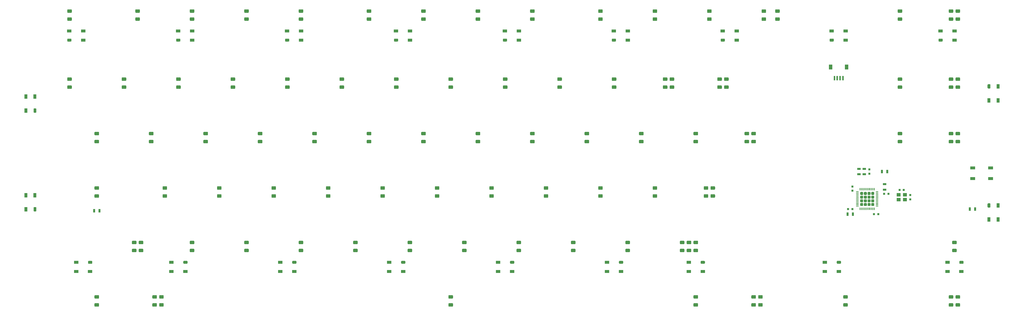
<source format=gbr>
%TF.GenerationSoftware,KiCad,Pcbnew,(5.1.10)-1*%
%TF.CreationDate,2021-12-21T07:20:54+07:00*%
%TF.ProjectId,solder,736f6c64-6572-42e6-9b69-6361645f7063,rev?*%
%TF.SameCoordinates,Original*%
%TF.FileFunction,Paste,Bot*%
%TF.FilePolarity,Positive*%
%FSLAX46Y46*%
G04 Gerber Fmt 4.6, Leading zero omitted, Abs format (unit mm)*
G04 Created by KiCad (PCBNEW (5.1.10)-1) date 2021-12-21 07:20:54*
%MOMM*%
%LPD*%
G01*
G04 APERTURE LIST*
%ADD10R,1.800000X1.100000*%
%ADD11R,0.700000X1.300000*%
%ADD12R,1.500000X1.000000*%
%ADD13R,1.000000X1.500000*%
%ADD14R,1.400000X1.200000*%
%ADD15R,1.300000X0.700000*%
%ADD16R,0.600000X1.550000*%
%ADD17R,1.200000X1.800000*%
%ADD18R,0.800000X0.750000*%
%ADD19R,0.750000X0.800000*%
G04 APERTURE END LIST*
D10*
%TO.C,SW1*%
X349325296Y-79707881D03*
X355525296Y-83407881D03*
X349325296Y-83407881D03*
X355525296Y-79707881D03*
%TD*%
D11*
%TO.C,R9*%
X41912536Y-94654767D03*
X43812536Y-94654767D03*
%TD*%
%TO.C,R8*%
X319442455Y-80962568D03*
X317542455Y-80962568D03*
%TD*%
D12*
%TO.C,D112*%
X68987656Y-115900096D03*
X68987656Y-112700096D03*
X73887656Y-115900096D03*
G36*
G01*
X73137656Y-112950096D02*
X73137656Y-112450096D01*
G75*
G02*
X73387656Y-112200096I250000J0D01*
G01*
X74387656Y-112200096D01*
G75*
G02*
X74637656Y-112450096I0J-250000D01*
G01*
X74637656Y-112950096D01*
G75*
G02*
X74387656Y-113200096I-250000J0D01*
G01*
X73387656Y-113200096D01*
G75*
G02*
X73137656Y-112950096I0J250000D01*
G01*
G37*
%TD*%
%TO.C,D111*%
X107087656Y-115900096D03*
X107087656Y-112700096D03*
X111987656Y-115900096D03*
G36*
G01*
X111237656Y-112950096D02*
X111237656Y-112450096D01*
G75*
G02*
X111487656Y-112200096I250000J0D01*
G01*
X112487656Y-112200096D01*
G75*
G02*
X112737656Y-112450096I0J-250000D01*
G01*
X112737656Y-112950096D01*
G75*
G02*
X112487656Y-113200096I-250000J0D01*
G01*
X111487656Y-113200096D01*
G75*
G02*
X111237656Y-112950096I0J250000D01*
G01*
G37*
%TD*%
%TO.C,D110*%
X145187656Y-115900096D03*
X145187656Y-112700096D03*
X150087656Y-115900096D03*
G36*
G01*
X149337656Y-112950096D02*
X149337656Y-112450096D01*
G75*
G02*
X149587656Y-112200096I250000J0D01*
G01*
X150587656Y-112200096D01*
G75*
G02*
X150837656Y-112450096I0J-250000D01*
G01*
X150837656Y-112950096D01*
G75*
G02*
X150587656Y-113200096I-250000J0D01*
G01*
X149587656Y-113200096D01*
G75*
G02*
X149337656Y-112950096I0J250000D01*
G01*
G37*
%TD*%
%TO.C,D109*%
X183287656Y-115900096D03*
X183287656Y-112700096D03*
X188187656Y-115900096D03*
G36*
G01*
X187437656Y-112950096D02*
X187437656Y-112450096D01*
G75*
G02*
X187687656Y-112200096I250000J0D01*
G01*
X188687656Y-112200096D01*
G75*
G02*
X188937656Y-112450096I0J-250000D01*
G01*
X188937656Y-112950096D01*
G75*
G02*
X188687656Y-113200096I-250000J0D01*
G01*
X187687656Y-113200096D01*
G75*
G02*
X187437656Y-112950096I0J250000D01*
G01*
G37*
%TD*%
%TO.C,D107*%
X221387688Y-115900096D03*
X221387688Y-112700096D03*
X226287688Y-115900096D03*
G36*
G01*
X225537688Y-112950096D02*
X225537688Y-112450096D01*
G75*
G02*
X225787688Y-112200096I250000J0D01*
G01*
X226787688Y-112200096D01*
G75*
G02*
X227037688Y-112450096I0J-250000D01*
G01*
X227037688Y-112950096D01*
G75*
G02*
X226787688Y-113200096I-250000J0D01*
G01*
X225787688Y-113200096D01*
G75*
G02*
X225537688Y-112950096I0J250000D01*
G01*
G37*
%TD*%
%TO.C,D106*%
X249962712Y-115900096D03*
X249962712Y-112700096D03*
X254862712Y-115900096D03*
G36*
G01*
X254112712Y-112950096D02*
X254112712Y-112450096D01*
G75*
G02*
X254362712Y-112200096I250000J0D01*
G01*
X255362712Y-112200096D01*
G75*
G02*
X255612712Y-112450096I0J-250000D01*
G01*
X255612712Y-112950096D01*
G75*
G02*
X255362712Y-113200096I-250000J0D01*
G01*
X254362712Y-113200096D01*
G75*
G02*
X254112712Y-112950096I0J250000D01*
G01*
G37*
%TD*%
%TO.C,D100*%
X297587752Y-115900096D03*
X297587752Y-112700096D03*
X302487752Y-115900096D03*
G36*
G01*
X301737752Y-112950096D02*
X301737752Y-112450096D01*
G75*
G02*
X301987752Y-112200096I250000J0D01*
G01*
X302987752Y-112200096D01*
G75*
G02*
X303237752Y-112450096I0J-250000D01*
G01*
X303237752Y-112950096D01*
G75*
G02*
X302987752Y-113200096I-250000J0D01*
G01*
X301987752Y-113200096D01*
G75*
G02*
X301737752Y-112950096I0J250000D01*
G01*
G37*
%TD*%
%TO.C,D99*%
X340450288Y-115900096D03*
X340450288Y-112700096D03*
X345350288Y-115900096D03*
G36*
G01*
X344600288Y-112950096D02*
X344600288Y-112450096D01*
G75*
G02*
X344850288Y-112200096I250000J0D01*
G01*
X345850288Y-112200096D01*
G75*
G02*
X346100288Y-112450096I0J-250000D01*
G01*
X346100288Y-112950096D01*
G75*
G02*
X345850288Y-113200096I-250000J0D01*
G01*
X344850288Y-113200096D01*
G75*
G02*
X344600288Y-112950096I0J250000D01*
G01*
G37*
%TD*%
D13*
%TO.C,D95*%
X358192487Y-97700080D03*
X354992487Y-97700080D03*
X358192487Y-92800080D03*
G36*
G01*
X355242487Y-93550080D02*
X354742487Y-93550080D01*
G75*
G02*
X354492487Y-93300080I0J250000D01*
G01*
X354492487Y-92300080D01*
G75*
G02*
X354742487Y-92050080I250000J0D01*
G01*
X355242487Y-92050080D01*
G75*
G02*
X355492487Y-92300080I0J-250000D01*
G01*
X355492487Y-93300080D01*
G75*
G02*
X355242487Y-93550080I-250000J0D01*
G01*
G37*
%TD*%
D12*
%TO.C,D94*%
X35650032Y-115900096D03*
X35650032Y-112700096D03*
X40550032Y-115900096D03*
G36*
G01*
X39800032Y-112950096D02*
X39800032Y-112450096D01*
G75*
G02*
X40050032Y-112200096I250000J0D01*
G01*
X41050032Y-112200096D01*
G75*
G02*
X41300032Y-112450096I0J-250000D01*
G01*
X41300032Y-112950096D01*
G75*
G02*
X41050032Y-113200096I-250000J0D01*
G01*
X40050032Y-113200096D01*
G75*
G02*
X39800032Y-112950096I0J250000D01*
G01*
G37*
%TD*%
D13*
%TO.C,D89*%
X18045329Y-89228202D03*
X21245329Y-89228202D03*
X18045329Y-94128202D03*
G36*
G01*
X20995329Y-93378202D02*
X21495329Y-93378202D01*
G75*
G02*
X21745329Y-93628202I0J-250000D01*
G01*
X21745329Y-94628202D01*
G75*
G02*
X21495329Y-94878202I-250000J0D01*
G01*
X20995329Y-94878202D01*
G75*
G02*
X20745329Y-94628202I0J250000D01*
G01*
X20745329Y-93628202D01*
G75*
G02*
X20995329Y-93378202I250000J0D01*
G01*
G37*
%TD*%
%TO.C,D88*%
X18045329Y-54700048D03*
X21245329Y-54700048D03*
X18045329Y-59600048D03*
G36*
G01*
X20995329Y-58850048D02*
X21495329Y-58850048D01*
G75*
G02*
X21745329Y-59100048I0J-250000D01*
G01*
X21745329Y-60100048D01*
G75*
G02*
X21495329Y-60350048I-250000J0D01*
G01*
X20995329Y-60350048D01*
G75*
G02*
X20745329Y-60100048I0J250000D01*
G01*
X20745329Y-59100048D01*
G75*
G02*
X20995329Y-58850048I250000J0D01*
G01*
G37*
%TD*%
D12*
%TO.C,D85*%
X38168780Y-31737528D03*
X38168780Y-34937528D03*
X33268780Y-31737528D03*
G36*
G01*
X34018780Y-34687528D02*
X34018780Y-35187528D01*
G75*
G02*
X33768780Y-35437528I-250000J0D01*
G01*
X32768780Y-35437528D01*
G75*
G02*
X32518780Y-35187528I0J250000D01*
G01*
X32518780Y-34687528D01*
G75*
G02*
X32768780Y-34437528I250000J0D01*
G01*
X33768780Y-34437528D01*
G75*
G02*
X34018780Y-34687528I0J-250000D01*
G01*
G37*
%TD*%
%TO.C,D76*%
X76268780Y-31737528D03*
X76268780Y-34937528D03*
X71368780Y-31737528D03*
G36*
G01*
X72118780Y-34687528D02*
X72118780Y-35187528D01*
G75*
G02*
X71868780Y-35437528I-250000J0D01*
G01*
X70868780Y-35437528D01*
G75*
G02*
X70618780Y-35187528I0J250000D01*
G01*
X70618780Y-34687528D01*
G75*
G02*
X70868780Y-34437528I250000J0D01*
G01*
X71868780Y-34437528D01*
G75*
G02*
X72118780Y-34687528I0J-250000D01*
G01*
G37*
%TD*%
%TO.C,D72*%
X114368780Y-31737528D03*
X114368780Y-34937528D03*
X109468780Y-31737528D03*
G36*
G01*
X110218780Y-34687528D02*
X110218780Y-35187528D01*
G75*
G02*
X109968780Y-35437528I-250000J0D01*
G01*
X108968780Y-35437528D01*
G75*
G02*
X108718780Y-35187528I0J250000D01*
G01*
X108718780Y-34687528D01*
G75*
G02*
X108968780Y-34437528I250000J0D01*
G01*
X109968780Y-34437528D01*
G75*
G02*
X110218780Y-34687528I0J-250000D01*
G01*
G37*
%TD*%
%TO.C,D66*%
X152468780Y-31737528D03*
X152468780Y-34937528D03*
X147568780Y-31737528D03*
G36*
G01*
X148318780Y-34687528D02*
X148318780Y-35187528D01*
G75*
G02*
X148068780Y-35437528I-250000J0D01*
G01*
X147068780Y-35437528D01*
G75*
G02*
X146818780Y-35187528I0J250000D01*
G01*
X146818780Y-34687528D01*
G75*
G02*
X147068780Y-34437528I250000J0D01*
G01*
X148068780Y-34437528D01*
G75*
G02*
X148318780Y-34687528I0J-250000D01*
G01*
G37*
%TD*%
%TO.C,D60*%
X190568780Y-31737528D03*
X190568780Y-34937528D03*
X185668780Y-31737528D03*
G36*
G01*
X186418780Y-34687528D02*
X186418780Y-35187528D01*
G75*
G02*
X186168780Y-35437528I-250000J0D01*
G01*
X185168780Y-35437528D01*
G75*
G02*
X184918780Y-35187528I0J250000D01*
G01*
X184918780Y-34687528D01*
G75*
G02*
X185168780Y-34437528I250000J0D01*
G01*
X186168780Y-34437528D01*
G75*
G02*
X186418780Y-34687528I0J-250000D01*
G01*
G37*
%TD*%
%TO.C,D54*%
X228668780Y-31737528D03*
X228668780Y-34937528D03*
X223768780Y-31737528D03*
G36*
G01*
X224518780Y-34687528D02*
X224518780Y-35187528D01*
G75*
G02*
X224268780Y-35437528I-250000J0D01*
G01*
X223268780Y-35437528D01*
G75*
G02*
X223018780Y-35187528I0J250000D01*
G01*
X223018780Y-34687528D01*
G75*
G02*
X223268780Y-34437528I250000J0D01*
G01*
X224268780Y-34437528D01*
G75*
G02*
X224518780Y-34687528I0J-250000D01*
G01*
G37*
%TD*%
%TO.C,D42*%
X266768780Y-31737528D03*
X266768780Y-34937528D03*
X261868780Y-31737528D03*
G36*
G01*
X262618780Y-34687528D02*
X262618780Y-35187528D01*
G75*
G02*
X262368780Y-35437528I-250000J0D01*
G01*
X261368780Y-35437528D01*
G75*
G02*
X261118780Y-35187528I0J250000D01*
G01*
X261118780Y-34687528D01*
G75*
G02*
X261368780Y-34437528I250000J0D01*
G01*
X262368780Y-34437528D01*
G75*
G02*
X262618780Y-34687528I0J-250000D01*
G01*
G37*
%TD*%
%TO.C,D36*%
X304868780Y-31737528D03*
X304868780Y-34937528D03*
X299968780Y-31737528D03*
G36*
G01*
X300718780Y-34687528D02*
X300718780Y-35187528D01*
G75*
G02*
X300468780Y-35437528I-250000J0D01*
G01*
X299468780Y-35437528D01*
G75*
G02*
X299218780Y-35187528I0J250000D01*
G01*
X299218780Y-34687528D01*
G75*
G02*
X299468780Y-34437528I250000J0D01*
G01*
X300468780Y-34437528D01*
G75*
G02*
X300718780Y-34687528I0J-250000D01*
G01*
G37*
%TD*%
%TO.C,D30*%
X342968780Y-31737528D03*
X342968780Y-34937528D03*
X338068780Y-31737528D03*
G36*
G01*
X338818780Y-34687528D02*
X338818780Y-35187528D01*
G75*
G02*
X338568780Y-35437528I-250000J0D01*
G01*
X337568780Y-35437528D01*
G75*
G02*
X337318780Y-35187528I0J250000D01*
G01*
X337318780Y-34687528D01*
G75*
G02*
X337568780Y-34437528I250000J0D01*
G01*
X338568780Y-34437528D01*
G75*
G02*
X338818780Y-34687528I0J-250000D01*
G01*
G37*
%TD*%
%TO.C,D24*%
G36*
G01*
X355242487Y-51878170D02*
X354742487Y-51878170D01*
G75*
G02*
X354492487Y-51628170I0J250000D01*
G01*
X354492487Y-50628170D01*
G75*
G02*
X354742487Y-50378170I250000J0D01*
G01*
X355242487Y-50378170D01*
G75*
G02*
X355492487Y-50628170I0J-250000D01*
G01*
X355492487Y-51628170D01*
G75*
G02*
X355242487Y-51878170I-250000J0D01*
G01*
G37*
D13*
X358192487Y-51128170D03*
X354992487Y-56028170D03*
X358192487Y-56028170D03*
%TD*%
D11*
%TO.C,R7*%
X350158105Y-94059454D03*
X348258105Y-94059454D03*
%TD*%
%TO.C,D108*%
G36*
G01*
X344650914Y-128206356D02*
X343530914Y-128206356D01*
G75*
G02*
X343290914Y-127966356I0J240000D01*
G01*
X343290914Y-127246356D01*
G75*
G02*
X343530914Y-127006356I240000J0D01*
G01*
X344650914Y-127006356D01*
G75*
G02*
X344890914Y-127246356I0J-240000D01*
G01*
X344890914Y-127966356D01*
G75*
G02*
X344650914Y-128206356I-240000J0D01*
G01*
G37*
G36*
G01*
X344650914Y-125406356D02*
X343530914Y-125406356D01*
G75*
G02*
X343290914Y-125166356I0J240000D01*
G01*
X343290914Y-124446356D01*
G75*
G02*
X343530914Y-124206356I240000J0D01*
G01*
X344650914Y-124206356D01*
G75*
G02*
X344890914Y-124446356I0J-240000D01*
G01*
X344890914Y-125166356D01*
G75*
G02*
X344650914Y-125406356I-240000J0D01*
G01*
G37*
%TD*%
%TO.C,D105*%
G36*
G01*
X344650914Y-71056308D02*
X343530914Y-71056308D01*
G75*
G02*
X343290914Y-70816308I0J240000D01*
G01*
X343290914Y-70096308D01*
G75*
G02*
X343530914Y-69856308I240000J0D01*
G01*
X344650914Y-69856308D01*
G75*
G02*
X344890914Y-70096308I0J-240000D01*
G01*
X344890914Y-70816308D01*
G75*
G02*
X344650914Y-71056308I-240000J0D01*
G01*
G37*
G36*
G01*
X344650914Y-68256308D02*
X343530914Y-68256308D01*
G75*
G02*
X343290914Y-68016308I0J240000D01*
G01*
X343290914Y-67296308D01*
G75*
G02*
X343530914Y-67056308I240000J0D01*
G01*
X344650914Y-67056308D01*
G75*
G02*
X344890914Y-67296308I0J-240000D01*
G01*
X344890914Y-68016308D01*
G75*
G02*
X344650914Y-68256308I-240000J0D01*
G01*
G37*
%TD*%
%TO.C,D104*%
G36*
G01*
X344650914Y-52006292D02*
X343530914Y-52006292D01*
G75*
G02*
X343290914Y-51766292I0J240000D01*
G01*
X343290914Y-51046292D01*
G75*
G02*
X343530914Y-50806292I240000J0D01*
G01*
X344650914Y-50806292D01*
G75*
G02*
X344890914Y-51046292I0J-240000D01*
G01*
X344890914Y-51766292D01*
G75*
G02*
X344650914Y-52006292I-240000J0D01*
G01*
G37*
G36*
G01*
X344650914Y-49206292D02*
X343530914Y-49206292D01*
G75*
G02*
X343290914Y-48966292I0J240000D01*
G01*
X343290914Y-48246292D01*
G75*
G02*
X343530914Y-48006292I240000J0D01*
G01*
X344650914Y-48006292D01*
G75*
G02*
X344890914Y-48246292I0J-240000D01*
G01*
X344890914Y-48966292D01*
G75*
G02*
X344650914Y-49206292I-240000J0D01*
G01*
G37*
%TD*%
%TO.C,D103*%
G36*
G01*
X344650625Y-28193750D02*
X343530625Y-28193750D01*
G75*
G02*
X343290625Y-27953750I0J240000D01*
G01*
X343290625Y-27233750D01*
G75*
G02*
X343530625Y-26993750I240000J0D01*
G01*
X344650625Y-26993750D01*
G75*
G02*
X344890625Y-27233750I0J-240000D01*
G01*
X344890625Y-27953750D01*
G75*
G02*
X344650625Y-28193750I-240000J0D01*
G01*
G37*
G36*
G01*
X344650625Y-25393750D02*
X343530625Y-25393750D01*
G75*
G02*
X343290625Y-25153750I0J240000D01*
G01*
X343290625Y-24433750D01*
G75*
G02*
X343530625Y-24193750I240000J0D01*
G01*
X344650625Y-24193750D01*
G75*
G02*
X344890625Y-24433750I0J-240000D01*
G01*
X344890625Y-25153750D01*
G75*
G02*
X344650625Y-25393750I-240000J0D01*
G01*
G37*
%TD*%
%TO.C,D102*%
G36*
G01*
X342269662Y-128206356D02*
X341149662Y-128206356D01*
G75*
G02*
X340909662Y-127966356I0J240000D01*
G01*
X340909662Y-127246356D01*
G75*
G02*
X341149662Y-127006356I240000J0D01*
G01*
X342269662Y-127006356D01*
G75*
G02*
X342509662Y-127246356I0J-240000D01*
G01*
X342509662Y-127966356D01*
G75*
G02*
X342269662Y-128206356I-240000J0D01*
G01*
G37*
G36*
G01*
X342269662Y-125406356D02*
X341149662Y-125406356D01*
G75*
G02*
X340909662Y-125166356I0J240000D01*
G01*
X340909662Y-124446356D01*
G75*
G02*
X341149662Y-124206356I240000J0D01*
G01*
X342269662Y-124206356D01*
G75*
G02*
X342509662Y-124446356I0J-240000D01*
G01*
X342509662Y-125166356D01*
G75*
G02*
X342269662Y-125406356I-240000J0D01*
G01*
G37*
%TD*%
%TO.C,D101*%
G36*
G01*
X343460288Y-109156340D02*
X342340288Y-109156340D01*
G75*
G02*
X342100288Y-108916340I0J240000D01*
G01*
X342100288Y-108196340D01*
G75*
G02*
X342340288Y-107956340I240000J0D01*
G01*
X343460288Y-107956340D01*
G75*
G02*
X343700288Y-108196340I0J-240000D01*
G01*
X343700288Y-108916340D01*
G75*
G02*
X343460288Y-109156340I-240000J0D01*
G01*
G37*
G36*
G01*
X343460288Y-106356340D02*
X342340288Y-106356340D01*
G75*
G02*
X342100288Y-106116340I0J240000D01*
G01*
X342100288Y-105396340D01*
G75*
G02*
X342340288Y-105156340I240000J0D01*
G01*
X343460288Y-105156340D01*
G75*
G02*
X343700288Y-105396340I0J-240000D01*
G01*
X343700288Y-106116340D01*
G75*
G02*
X343460288Y-106356340I-240000J0D01*
G01*
G37*
%TD*%
%TO.C,D98*%
G36*
G01*
X342269662Y-52006292D02*
X341149662Y-52006292D01*
G75*
G02*
X340909662Y-51766292I0J240000D01*
G01*
X340909662Y-51046292D01*
G75*
G02*
X341149662Y-50806292I240000J0D01*
G01*
X342269662Y-50806292D01*
G75*
G02*
X342509662Y-51046292I0J-240000D01*
G01*
X342509662Y-51766292D01*
G75*
G02*
X342269662Y-52006292I-240000J0D01*
G01*
G37*
G36*
G01*
X342269662Y-49206292D02*
X341149662Y-49206292D01*
G75*
G02*
X340909662Y-48966292I0J240000D01*
G01*
X340909662Y-48246292D01*
G75*
G02*
X341149662Y-48006292I240000J0D01*
G01*
X342269662Y-48006292D01*
G75*
G02*
X342509662Y-48246292I0J-240000D01*
G01*
X342509662Y-48966292D01*
G75*
G02*
X342269662Y-49206292I-240000J0D01*
G01*
G37*
%TD*%
%TO.C,D97*%
G36*
G01*
X342269375Y-28193750D02*
X341149375Y-28193750D01*
G75*
G02*
X340909375Y-27953750I0J240000D01*
G01*
X340909375Y-27233750D01*
G75*
G02*
X341149375Y-26993750I240000J0D01*
G01*
X342269375Y-26993750D01*
G75*
G02*
X342509375Y-27233750I0J-240000D01*
G01*
X342509375Y-27953750D01*
G75*
G02*
X342269375Y-28193750I-240000J0D01*
G01*
G37*
G36*
G01*
X342269375Y-25393750D02*
X341149375Y-25393750D01*
G75*
G02*
X340909375Y-25153750I0J240000D01*
G01*
X340909375Y-24433750D01*
G75*
G02*
X341149375Y-24193750I240000J0D01*
G01*
X342269375Y-24193750D01*
G75*
G02*
X342509375Y-24433750I0J-240000D01*
G01*
X342509375Y-25153750D01*
G75*
G02*
X342269375Y-25393750I-240000J0D01*
G01*
G37*
%TD*%
%TO.C,D96*%
G36*
G01*
X305360256Y-128206356D02*
X304240256Y-128206356D01*
G75*
G02*
X304000256Y-127966356I0J240000D01*
G01*
X304000256Y-127246356D01*
G75*
G02*
X304240256Y-127006356I240000J0D01*
G01*
X305360256Y-127006356D01*
G75*
G02*
X305600256Y-127246356I0J-240000D01*
G01*
X305600256Y-127966356D01*
G75*
G02*
X305360256Y-128206356I-240000J0D01*
G01*
G37*
G36*
G01*
X305360256Y-125406356D02*
X304240256Y-125406356D01*
G75*
G02*
X304000256Y-125166356I0J240000D01*
G01*
X304000256Y-124446356D01*
G75*
G02*
X304240256Y-124206356I240000J0D01*
G01*
X305360256Y-124206356D01*
G75*
G02*
X305600256Y-124446356I0J-240000D01*
G01*
X305600256Y-125166356D01*
G75*
G02*
X305360256Y-125406356I-240000J0D01*
G01*
G37*
%TD*%
%TO.C,D93*%
G36*
G01*
X324410272Y-71056308D02*
X323290272Y-71056308D01*
G75*
G02*
X323050272Y-70816308I0J240000D01*
G01*
X323050272Y-70096308D01*
G75*
G02*
X323290272Y-69856308I240000J0D01*
G01*
X324410272Y-69856308D01*
G75*
G02*
X324650272Y-70096308I0J-240000D01*
G01*
X324650272Y-70816308D01*
G75*
G02*
X324410272Y-71056308I-240000J0D01*
G01*
G37*
G36*
G01*
X324410272Y-68256308D02*
X323290272Y-68256308D01*
G75*
G02*
X323050272Y-68016308I0J240000D01*
G01*
X323050272Y-67296308D01*
G75*
G02*
X323290272Y-67056308I240000J0D01*
G01*
X324410272Y-67056308D01*
G75*
G02*
X324650272Y-67296308I0J-240000D01*
G01*
X324650272Y-68016308D01*
G75*
G02*
X324410272Y-68256308I-240000J0D01*
G01*
G37*
%TD*%
%TO.C,D92*%
G36*
G01*
X324410272Y-52006292D02*
X323290272Y-52006292D01*
G75*
G02*
X323050272Y-51766292I0J240000D01*
G01*
X323050272Y-51046292D01*
G75*
G02*
X323290272Y-50806292I240000J0D01*
G01*
X324410272Y-50806292D01*
G75*
G02*
X324650272Y-51046292I0J-240000D01*
G01*
X324650272Y-51766292D01*
G75*
G02*
X324410272Y-52006292I-240000J0D01*
G01*
G37*
G36*
G01*
X324410272Y-49206292D02*
X323290272Y-49206292D01*
G75*
G02*
X323050272Y-48966292I0J240000D01*
G01*
X323050272Y-48246292D01*
G75*
G02*
X323290272Y-48006292I240000J0D01*
G01*
X324410272Y-48006292D01*
G75*
G02*
X324650272Y-48246292I0J-240000D01*
G01*
X324650272Y-48966292D01*
G75*
G02*
X324410272Y-49206292I-240000J0D01*
G01*
G37*
%TD*%
%TO.C,D91*%
G36*
G01*
X324410000Y-28193750D02*
X323290000Y-28193750D01*
G75*
G02*
X323050000Y-27953750I0J240000D01*
G01*
X323050000Y-27233750D01*
G75*
G02*
X323290000Y-26993750I240000J0D01*
G01*
X324410000Y-26993750D01*
G75*
G02*
X324650000Y-27233750I0J-240000D01*
G01*
X324650000Y-27953750D01*
G75*
G02*
X324410000Y-28193750I-240000J0D01*
G01*
G37*
G36*
G01*
X324410000Y-25393750D02*
X323290000Y-25393750D01*
G75*
G02*
X323050000Y-25153750I0J240000D01*
G01*
X323050000Y-24433750D01*
G75*
G02*
X323290000Y-24193750I240000J0D01*
G01*
X324410000Y-24193750D01*
G75*
G02*
X324650000Y-24433750I0J-240000D01*
G01*
X324650000Y-25153750D01*
G75*
G02*
X324410000Y-25393750I-240000J0D01*
G01*
G37*
%TD*%
%TO.C,D90*%
G36*
G01*
X275594606Y-128206356D02*
X274474606Y-128206356D01*
G75*
G02*
X274234606Y-127966356I0J240000D01*
G01*
X274234606Y-127246356D01*
G75*
G02*
X274474606Y-127006356I240000J0D01*
G01*
X275594606Y-127006356D01*
G75*
G02*
X275834606Y-127246356I0J-240000D01*
G01*
X275834606Y-127966356D01*
G75*
G02*
X275594606Y-128206356I-240000J0D01*
G01*
G37*
G36*
G01*
X275594606Y-125406356D02*
X274474606Y-125406356D01*
G75*
G02*
X274234606Y-125166356I0J240000D01*
G01*
X274234606Y-124446356D01*
G75*
G02*
X274474606Y-124206356I240000J0D01*
G01*
X275594606Y-124206356D01*
G75*
G02*
X275834606Y-124446356I0J-240000D01*
G01*
X275834606Y-125166356D01*
G75*
G02*
X275594606Y-125406356I-240000J0D01*
G01*
G37*
%TD*%
%TO.C,D87*%
G36*
G01*
X342269662Y-71056308D02*
X341149662Y-71056308D01*
G75*
G02*
X340909662Y-70816308I0J240000D01*
G01*
X340909662Y-70096308D01*
G75*
G02*
X341149662Y-69856308I240000J0D01*
G01*
X342269662Y-69856308D01*
G75*
G02*
X342509662Y-70096308I0J-240000D01*
G01*
X342509662Y-70816308D01*
G75*
G02*
X342269662Y-71056308I-240000J0D01*
G01*
G37*
G36*
G01*
X342269662Y-68256308D02*
X341149662Y-68256308D01*
G75*
G02*
X340909662Y-68016308I0J240000D01*
G01*
X340909662Y-67296308D01*
G75*
G02*
X341149662Y-67056308I240000J0D01*
G01*
X342269662Y-67056308D01*
G75*
G02*
X342509662Y-67296308I0J-240000D01*
G01*
X342509662Y-68016308D01*
G75*
G02*
X342269662Y-68256308I-240000J0D01*
G01*
G37*
%TD*%
%TO.C,D86*%
G36*
G01*
X263688346Y-52006292D02*
X262568346Y-52006292D01*
G75*
G02*
X262328346Y-51766292I0J240000D01*
G01*
X262328346Y-51046292D01*
G75*
G02*
X262568346Y-50806292I240000J0D01*
G01*
X263688346Y-50806292D01*
G75*
G02*
X263928346Y-51046292I0J-240000D01*
G01*
X263928346Y-51766292D01*
G75*
G02*
X263688346Y-52006292I-240000J0D01*
G01*
G37*
G36*
G01*
X263688346Y-49206292D02*
X262568346Y-49206292D01*
G75*
G02*
X262328346Y-48966292I0J240000D01*
G01*
X262328346Y-48246292D01*
G75*
G02*
X262568346Y-48006292I240000J0D01*
G01*
X263688346Y-48006292D01*
G75*
G02*
X263928346Y-48246292I0J-240000D01*
G01*
X263928346Y-48966292D01*
G75*
G02*
X263688346Y-49206292I-240000J0D01*
G01*
G37*
%TD*%
%TO.C,D84*%
G36*
G01*
X273213354Y-128206356D02*
X272093354Y-128206356D01*
G75*
G02*
X271853354Y-127966356I0J240000D01*
G01*
X271853354Y-127246356D01*
G75*
G02*
X272093354Y-127006356I240000J0D01*
G01*
X273213354Y-127006356D01*
G75*
G02*
X273453354Y-127246356I0J-240000D01*
G01*
X273453354Y-127966356D01*
G75*
G02*
X273213354Y-128206356I-240000J0D01*
G01*
G37*
G36*
G01*
X273213354Y-125406356D02*
X272093354Y-125406356D01*
G75*
G02*
X271853354Y-125166356I0J240000D01*
G01*
X271853354Y-124446356D01*
G75*
G02*
X272093354Y-124206356I240000J0D01*
G01*
X273213354Y-124206356D01*
G75*
G02*
X273453354Y-124446356I0J-240000D01*
G01*
X273453354Y-125166356D01*
G75*
G02*
X273213354Y-125406356I-240000J0D01*
G01*
G37*
%TD*%
%TO.C,D83*%
G36*
G01*
X252972712Y-109156340D02*
X251852712Y-109156340D01*
G75*
G02*
X251612712Y-108916340I0J240000D01*
G01*
X251612712Y-108196340D01*
G75*
G02*
X251852712Y-107956340I240000J0D01*
G01*
X252972712Y-107956340D01*
G75*
G02*
X253212712Y-108196340I0J-240000D01*
G01*
X253212712Y-108916340D01*
G75*
G02*
X252972712Y-109156340I-240000J0D01*
G01*
G37*
G36*
G01*
X252972712Y-106356340D02*
X251852712Y-106356340D01*
G75*
G02*
X251612712Y-106116340I0J240000D01*
G01*
X251612712Y-105396340D01*
G75*
G02*
X251852712Y-105156340I240000J0D01*
G01*
X252972712Y-105156340D01*
G75*
G02*
X253212712Y-105396340I0J-240000D01*
G01*
X253212712Y-106116340D01*
G75*
G02*
X252972712Y-106356340I-240000J0D01*
G01*
G37*
%TD*%
%TO.C,D82*%
G36*
G01*
X258925842Y-90106324D02*
X257805842Y-90106324D01*
G75*
G02*
X257565842Y-89866324I0J240000D01*
G01*
X257565842Y-89146324D01*
G75*
G02*
X257805842Y-88906324I240000J0D01*
G01*
X258925842Y-88906324D01*
G75*
G02*
X259165842Y-89146324I0J-240000D01*
G01*
X259165842Y-89866324D01*
G75*
G02*
X258925842Y-90106324I-240000J0D01*
G01*
G37*
G36*
G01*
X258925842Y-87306324D02*
X257805842Y-87306324D01*
G75*
G02*
X257565842Y-87066324I0J240000D01*
G01*
X257565842Y-86346324D01*
G75*
G02*
X257805842Y-86106324I240000J0D01*
G01*
X258925842Y-86106324D01*
G75*
G02*
X259165842Y-86346324I0J-240000D01*
G01*
X259165842Y-87066324D01*
G75*
G02*
X258925842Y-87306324I-240000J0D01*
G01*
G37*
%TD*%
%TO.C,D81*%
G36*
G01*
X273213354Y-71056308D02*
X272093354Y-71056308D01*
G75*
G02*
X271853354Y-70816308I0J240000D01*
G01*
X271853354Y-70096308D01*
G75*
G02*
X272093354Y-69856308I240000J0D01*
G01*
X273213354Y-69856308D01*
G75*
G02*
X273453354Y-70096308I0J-240000D01*
G01*
X273453354Y-70816308D01*
G75*
G02*
X273213354Y-71056308I-240000J0D01*
G01*
G37*
G36*
G01*
X273213354Y-68256308D02*
X272093354Y-68256308D01*
G75*
G02*
X271853354Y-68016308I0J240000D01*
G01*
X271853354Y-67296308D01*
G75*
G02*
X272093354Y-67056308I240000J0D01*
G01*
X273213354Y-67056308D01*
G75*
G02*
X273453354Y-67296308I0J-240000D01*
G01*
X273453354Y-68016308D01*
G75*
G02*
X273213354Y-68256308I-240000J0D01*
G01*
G37*
%TD*%
%TO.C,D80*%
G36*
G01*
X261307094Y-52006292D02*
X260187094Y-52006292D01*
G75*
G02*
X259947094Y-51766292I0J240000D01*
G01*
X259947094Y-51046292D01*
G75*
G02*
X260187094Y-50806292I240000J0D01*
G01*
X261307094Y-50806292D01*
G75*
G02*
X261547094Y-51046292I0J-240000D01*
G01*
X261547094Y-51766292D01*
G75*
G02*
X261307094Y-52006292I-240000J0D01*
G01*
G37*
G36*
G01*
X261307094Y-49206292D02*
X260187094Y-49206292D01*
G75*
G02*
X259947094Y-48966292I0J240000D01*
G01*
X259947094Y-48246292D01*
G75*
G02*
X260187094Y-48006292I240000J0D01*
G01*
X261307094Y-48006292D01*
G75*
G02*
X261547094Y-48246292I0J-240000D01*
G01*
X261547094Y-48966292D01*
G75*
G02*
X261307094Y-49206292I-240000J0D01*
G01*
G37*
%TD*%
%TO.C,D79*%
G36*
G01*
X281547500Y-28193750D02*
X280427500Y-28193750D01*
G75*
G02*
X280187500Y-27953750I0J240000D01*
G01*
X280187500Y-27233750D01*
G75*
G02*
X280427500Y-26993750I240000J0D01*
G01*
X281547500Y-26993750D01*
G75*
G02*
X281787500Y-27233750I0J-240000D01*
G01*
X281787500Y-27953750D01*
G75*
G02*
X281547500Y-28193750I-240000J0D01*
G01*
G37*
G36*
G01*
X281547500Y-25393750D02*
X280427500Y-25393750D01*
G75*
G02*
X280187500Y-25153750I0J240000D01*
G01*
X280187500Y-24433750D01*
G75*
G02*
X280427500Y-24193750I240000J0D01*
G01*
X281547500Y-24193750D01*
G75*
G02*
X281787500Y-24433750I0J-240000D01*
G01*
X281787500Y-25153750D01*
G75*
G02*
X281547500Y-25393750I-240000J0D01*
G01*
G37*
%TD*%
%TO.C,D78*%
G36*
G01*
X252972712Y-128206356D02*
X251852712Y-128206356D01*
G75*
G02*
X251612712Y-127966356I0J240000D01*
G01*
X251612712Y-127246356D01*
G75*
G02*
X251852712Y-127006356I240000J0D01*
G01*
X252972712Y-127006356D01*
G75*
G02*
X253212712Y-127246356I0J-240000D01*
G01*
X253212712Y-127966356D01*
G75*
G02*
X252972712Y-128206356I-240000J0D01*
G01*
G37*
G36*
G01*
X252972712Y-125406356D02*
X251852712Y-125406356D01*
G75*
G02*
X251612712Y-125166356I0J240000D01*
G01*
X251612712Y-124446356D01*
G75*
G02*
X251852712Y-124206356I240000J0D01*
G01*
X252972712Y-124206356D01*
G75*
G02*
X253212712Y-124446356I0J-240000D01*
G01*
X253212712Y-125166356D01*
G75*
G02*
X252972712Y-125406356I-240000J0D01*
G01*
G37*
%TD*%
%TO.C,D77*%
G36*
G01*
X250591460Y-109156340D02*
X249471460Y-109156340D01*
G75*
G02*
X249231460Y-108916340I0J240000D01*
G01*
X249231460Y-108196340D01*
G75*
G02*
X249471460Y-107956340I240000J0D01*
G01*
X250591460Y-107956340D01*
G75*
G02*
X250831460Y-108196340I0J-240000D01*
G01*
X250831460Y-108916340D01*
G75*
G02*
X250591460Y-109156340I-240000J0D01*
G01*
G37*
G36*
G01*
X250591460Y-106356340D02*
X249471460Y-106356340D01*
G75*
G02*
X249231460Y-106116340I0J240000D01*
G01*
X249231460Y-105396340D01*
G75*
G02*
X249471460Y-105156340I240000J0D01*
G01*
X250591460Y-105156340D01*
G75*
G02*
X250831460Y-105396340I0J-240000D01*
G01*
X250831460Y-106116340D01*
G75*
G02*
X250591460Y-106356340I-240000J0D01*
G01*
G37*
%TD*%
%TO.C,D75*%
G36*
G01*
X270832102Y-71056308D02*
X269712102Y-71056308D01*
G75*
G02*
X269472102Y-70816308I0J240000D01*
G01*
X269472102Y-70096308D01*
G75*
G02*
X269712102Y-69856308I240000J0D01*
G01*
X270832102Y-69856308D01*
G75*
G02*
X271072102Y-70096308I0J-240000D01*
G01*
X271072102Y-70816308D01*
G75*
G02*
X270832102Y-71056308I-240000J0D01*
G01*
G37*
G36*
G01*
X270832102Y-68256308D02*
X269712102Y-68256308D01*
G75*
G02*
X269472102Y-68016308I0J240000D01*
G01*
X269472102Y-67296308D01*
G75*
G02*
X269712102Y-67056308I240000J0D01*
G01*
X270832102Y-67056308D01*
G75*
G02*
X271072102Y-67296308I0J-240000D01*
G01*
X271072102Y-68016308D01*
G75*
G02*
X270832102Y-68256308I-240000J0D01*
G01*
G37*
%TD*%
%TO.C,D74*%
G36*
G01*
X244638330Y-52006292D02*
X243518330Y-52006292D01*
G75*
G02*
X243278330Y-51766292I0J240000D01*
G01*
X243278330Y-51046292D01*
G75*
G02*
X243518330Y-50806292I240000J0D01*
G01*
X244638330Y-50806292D01*
G75*
G02*
X244878330Y-51046292I0J-240000D01*
G01*
X244878330Y-51766292D01*
G75*
G02*
X244638330Y-52006292I-240000J0D01*
G01*
G37*
G36*
G01*
X244638330Y-49206292D02*
X243518330Y-49206292D01*
G75*
G02*
X243278330Y-48966292I0J240000D01*
G01*
X243278330Y-48246292D01*
G75*
G02*
X243518330Y-48006292I240000J0D01*
G01*
X244638330Y-48006292D01*
G75*
G02*
X244878330Y-48246292I0J-240000D01*
G01*
X244878330Y-48966292D01*
G75*
G02*
X244638330Y-49206292I-240000J0D01*
G01*
G37*
%TD*%
%TO.C,D73*%
G36*
G01*
X276785000Y-28193750D02*
X275665000Y-28193750D01*
G75*
G02*
X275425000Y-27953750I0J240000D01*
G01*
X275425000Y-27233750D01*
G75*
G02*
X275665000Y-26993750I240000J0D01*
G01*
X276785000Y-26993750D01*
G75*
G02*
X277025000Y-27233750I0J-240000D01*
G01*
X277025000Y-27953750D01*
G75*
G02*
X276785000Y-28193750I-240000J0D01*
G01*
G37*
G36*
G01*
X276785000Y-25393750D02*
X275665000Y-25393750D01*
G75*
G02*
X275425000Y-25153750I0J240000D01*
G01*
X275425000Y-24433750D01*
G75*
G02*
X275665000Y-24193750I240000J0D01*
G01*
X276785000Y-24193750D01*
G75*
G02*
X277025000Y-24433750I0J-240000D01*
G01*
X277025000Y-25153750D01*
G75*
G02*
X276785000Y-25393750I-240000J0D01*
G01*
G37*
%TD*%
%TO.C,D71*%
G36*
G01*
X248210208Y-109156340D02*
X247090208Y-109156340D01*
G75*
G02*
X246850208Y-108916340I0J240000D01*
G01*
X246850208Y-108196340D01*
G75*
G02*
X247090208Y-107956340I240000J0D01*
G01*
X248210208Y-107956340D01*
G75*
G02*
X248450208Y-108196340I0J-240000D01*
G01*
X248450208Y-108916340D01*
G75*
G02*
X248210208Y-109156340I-240000J0D01*
G01*
G37*
G36*
G01*
X248210208Y-106356340D02*
X247090208Y-106356340D01*
G75*
G02*
X246850208Y-106116340I0J240000D01*
G01*
X246850208Y-105396340D01*
G75*
G02*
X247090208Y-105156340I240000J0D01*
G01*
X248210208Y-105156340D01*
G75*
G02*
X248450208Y-105396340I0J-240000D01*
G01*
X248450208Y-106116340D01*
G75*
G02*
X248210208Y-106356340I-240000J0D01*
G01*
G37*
%TD*%
%TO.C,D70*%
G36*
G01*
X256544590Y-90106324D02*
X255424590Y-90106324D01*
G75*
G02*
X255184590Y-89866324I0J240000D01*
G01*
X255184590Y-89146324D01*
G75*
G02*
X255424590Y-88906324I240000J0D01*
G01*
X256544590Y-88906324D01*
G75*
G02*
X256784590Y-89146324I0J-240000D01*
G01*
X256784590Y-89866324D01*
G75*
G02*
X256544590Y-90106324I-240000J0D01*
G01*
G37*
G36*
G01*
X256544590Y-87306324D02*
X255424590Y-87306324D01*
G75*
G02*
X255184590Y-87066324I0J240000D01*
G01*
X255184590Y-86346324D01*
G75*
G02*
X255424590Y-86106324I240000J0D01*
G01*
X256544590Y-86106324D01*
G75*
G02*
X256784590Y-86346324I0J-240000D01*
G01*
X256784590Y-87066324D01*
G75*
G02*
X256544590Y-87306324I-240000J0D01*
G01*
G37*
%TD*%
%TO.C,D69*%
G36*
G01*
X252972712Y-71056308D02*
X251852712Y-71056308D01*
G75*
G02*
X251612712Y-70816308I0J240000D01*
G01*
X251612712Y-70096308D01*
G75*
G02*
X251852712Y-69856308I240000J0D01*
G01*
X252972712Y-69856308D01*
G75*
G02*
X253212712Y-70096308I0J-240000D01*
G01*
X253212712Y-70816308D01*
G75*
G02*
X252972712Y-71056308I-240000J0D01*
G01*
G37*
G36*
G01*
X252972712Y-68256308D02*
X251852712Y-68256308D01*
G75*
G02*
X251612712Y-68016308I0J240000D01*
G01*
X251612712Y-67296308D01*
G75*
G02*
X251852712Y-67056308I240000J0D01*
G01*
X252972712Y-67056308D01*
G75*
G02*
X253212712Y-67296308I0J-240000D01*
G01*
X253212712Y-68016308D01*
G75*
G02*
X252972712Y-68256308I-240000J0D01*
G01*
G37*
%TD*%
%TO.C,D68*%
G36*
G01*
X242257078Y-52006292D02*
X241137078Y-52006292D01*
G75*
G02*
X240897078Y-51766292I0J240000D01*
G01*
X240897078Y-51046292D01*
G75*
G02*
X241137078Y-50806292I240000J0D01*
G01*
X242257078Y-50806292D01*
G75*
G02*
X242497078Y-51046292I0J-240000D01*
G01*
X242497078Y-51766292D01*
G75*
G02*
X242257078Y-52006292I-240000J0D01*
G01*
G37*
G36*
G01*
X242257078Y-49206292D02*
X241137078Y-49206292D01*
G75*
G02*
X240897078Y-48966292I0J240000D01*
G01*
X240897078Y-48246292D01*
G75*
G02*
X241137078Y-48006292I240000J0D01*
G01*
X242257078Y-48006292D01*
G75*
G02*
X242497078Y-48246292I0J-240000D01*
G01*
X242497078Y-48966292D01*
G75*
G02*
X242257078Y-49206292I-240000J0D01*
G01*
G37*
%TD*%
%TO.C,D67*%
G36*
G01*
X257735000Y-28193750D02*
X256615000Y-28193750D01*
G75*
G02*
X256375000Y-27953750I0J240000D01*
G01*
X256375000Y-27233750D01*
G75*
G02*
X256615000Y-26993750I240000J0D01*
G01*
X257735000Y-26993750D01*
G75*
G02*
X257975000Y-27233750I0J-240000D01*
G01*
X257975000Y-27953750D01*
G75*
G02*
X257735000Y-28193750I-240000J0D01*
G01*
G37*
G36*
G01*
X257735000Y-25393750D02*
X256615000Y-25393750D01*
G75*
G02*
X256375000Y-25153750I0J240000D01*
G01*
X256375000Y-24433750D01*
G75*
G02*
X256615000Y-24193750I240000J0D01*
G01*
X257735000Y-24193750D01*
G75*
G02*
X257975000Y-24433750I0J-240000D01*
G01*
X257975000Y-25153750D01*
G75*
G02*
X257735000Y-25393750I-240000J0D01*
G01*
G37*
%TD*%
%TO.C,D65*%
G36*
G01*
X229160192Y-109156340D02*
X228040192Y-109156340D01*
G75*
G02*
X227800192Y-108916340I0J240000D01*
G01*
X227800192Y-108196340D01*
G75*
G02*
X228040192Y-107956340I240000J0D01*
G01*
X229160192Y-107956340D01*
G75*
G02*
X229400192Y-108196340I0J-240000D01*
G01*
X229400192Y-108916340D01*
G75*
G02*
X229160192Y-109156340I-240000J0D01*
G01*
G37*
G36*
G01*
X229160192Y-106356340D02*
X228040192Y-106356340D01*
G75*
G02*
X227800192Y-106116340I0J240000D01*
G01*
X227800192Y-105396340D01*
G75*
G02*
X228040192Y-105156340I240000J0D01*
G01*
X229160192Y-105156340D01*
G75*
G02*
X229400192Y-105396340I0J-240000D01*
G01*
X229400192Y-106116340D01*
G75*
G02*
X229160192Y-106356340I-240000J0D01*
G01*
G37*
%TD*%
%TO.C,D64*%
G36*
G01*
X238685200Y-90106324D02*
X237565200Y-90106324D01*
G75*
G02*
X237325200Y-89866324I0J240000D01*
G01*
X237325200Y-89146324D01*
G75*
G02*
X237565200Y-88906324I240000J0D01*
G01*
X238685200Y-88906324D01*
G75*
G02*
X238925200Y-89146324I0J-240000D01*
G01*
X238925200Y-89866324D01*
G75*
G02*
X238685200Y-90106324I-240000J0D01*
G01*
G37*
G36*
G01*
X238685200Y-87306324D02*
X237565200Y-87306324D01*
G75*
G02*
X237325200Y-87066324I0J240000D01*
G01*
X237325200Y-86346324D01*
G75*
G02*
X237565200Y-86106324I240000J0D01*
G01*
X238685200Y-86106324D01*
G75*
G02*
X238925200Y-86346324I0J-240000D01*
G01*
X238925200Y-87066324D01*
G75*
G02*
X238685200Y-87306324I-240000J0D01*
G01*
G37*
%TD*%
%TO.C,D63*%
G36*
G01*
X233922696Y-71056308D02*
X232802696Y-71056308D01*
G75*
G02*
X232562696Y-70816308I0J240000D01*
G01*
X232562696Y-70096308D01*
G75*
G02*
X232802696Y-69856308I240000J0D01*
G01*
X233922696Y-69856308D01*
G75*
G02*
X234162696Y-70096308I0J-240000D01*
G01*
X234162696Y-70816308D01*
G75*
G02*
X233922696Y-71056308I-240000J0D01*
G01*
G37*
G36*
G01*
X233922696Y-68256308D02*
X232802696Y-68256308D01*
G75*
G02*
X232562696Y-68016308I0J240000D01*
G01*
X232562696Y-67296308D01*
G75*
G02*
X232802696Y-67056308I240000J0D01*
G01*
X233922696Y-67056308D01*
G75*
G02*
X234162696Y-67296308I0J-240000D01*
G01*
X234162696Y-68016308D01*
G75*
G02*
X233922696Y-68256308I-240000J0D01*
G01*
G37*
%TD*%
%TO.C,D62*%
G36*
G01*
X224397688Y-52006292D02*
X223277688Y-52006292D01*
G75*
G02*
X223037688Y-51766292I0J240000D01*
G01*
X223037688Y-51046292D01*
G75*
G02*
X223277688Y-50806292I240000J0D01*
G01*
X224397688Y-50806292D01*
G75*
G02*
X224637688Y-51046292I0J-240000D01*
G01*
X224637688Y-51766292D01*
G75*
G02*
X224397688Y-52006292I-240000J0D01*
G01*
G37*
G36*
G01*
X224397688Y-49206292D02*
X223277688Y-49206292D01*
G75*
G02*
X223037688Y-48966292I0J240000D01*
G01*
X223037688Y-48246292D01*
G75*
G02*
X223277688Y-48006292I240000J0D01*
G01*
X224397688Y-48006292D01*
G75*
G02*
X224637688Y-48246292I0J-240000D01*
G01*
X224637688Y-48966292D01*
G75*
G02*
X224397688Y-49206292I-240000J0D01*
G01*
G37*
%TD*%
%TO.C,D61*%
G36*
G01*
X238685000Y-28193750D02*
X237565000Y-28193750D01*
G75*
G02*
X237325000Y-27953750I0J240000D01*
G01*
X237325000Y-27233750D01*
G75*
G02*
X237565000Y-26993750I240000J0D01*
G01*
X238685000Y-26993750D01*
G75*
G02*
X238925000Y-27233750I0J-240000D01*
G01*
X238925000Y-27953750D01*
G75*
G02*
X238685000Y-28193750I-240000J0D01*
G01*
G37*
G36*
G01*
X238685000Y-25393750D02*
X237565000Y-25393750D01*
G75*
G02*
X237325000Y-25153750I0J240000D01*
G01*
X237325000Y-24433750D01*
G75*
G02*
X237565000Y-24193750I240000J0D01*
G01*
X238685000Y-24193750D01*
G75*
G02*
X238925000Y-24433750I0J-240000D01*
G01*
X238925000Y-25153750D01*
G75*
G02*
X238685000Y-25393750I-240000J0D01*
G01*
G37*
%TD*%
%TO.C,D59*%
G36*
G01*
X210110176Y-109156340D02*
X208990176Y-109156340D01*
G75*
G02*
X208750176Y-108916340I0J240000D01*
G01*
X208750176Y-108196340D01*
G75*
G02*
X208990176Y-107956340I240000J0D01*
G01*
X210110176Y-107956340D01*
G75*
G02*
X210350176Y-108196340I0J-240000D01*
G01*
X210350176Y-108916340D01*
G75*
G02*
X210110176Y-109156340I-240000J0D01*
G01*
G37*
G36*
G01*
X210110176Y-106356340D02*
X208990176Y-106356340D01*
G75*
G02*
X208750176Y-106116340I0J240000D01*
G01*
X208750176Y-105396340D01*
G75*
G02*
X208990176Y-105156340I240000J0D01*
G01*
X210110176Y-105156340D01*
G75*
G02*
X210350176Y-105396340I0J-240000D01*
G01*
X210350176Y-106116340D01*
G75*
G02*
X210110176Y-106356340I-240000J0D01*
G01*
G37*
%TD*%
%TO.C,D58*%
G36*
G01*
X219635184Y-90106324D02*
X218515184Y-90106324D01*
G75*
G02*
X218275184Y-89866324I0J240000D01*
G01*
X218275184Y-89146324D01*
G75*
G02*
X218515184Y-88906324I240000J0D01*
G01*
X219635184Y-88906324D01*
G75*
G02*
X219875184Y-89146324I0J-240000D01*
G01*
X219875184Y-89866324D01*
G75*
G02*
X219635184Y-90106324I-240000J0D01*
G01*
G37*
G36*
G01*
X219635184Y-87306324D02*
X218515184Y-87306324D01*
G75*
G02*
X218275184Y-87066324I0J240000D01*
G01*
X218275184Y-86346324D01*
G75*
G02*
X218515184Y-86106324I240000J0D01*
G01*
X219635184Y-86106324D01*
G75*
G02*
X219875184Y-86346324I0J-240000D01*
G01*
X219875184Y-87066324D01*
G75*
G02*
X219635184Y-87306324I-240000J0D01*
G01*
G37*
%TD*%
%TO.C,D57*%
G36*
G01*
X214872680Y-71056308D02*
X213752680Y-71056308D01*
G75*
G02*
X213512680Y-70816308I0J240000D01*
G01*
X213512680Y-70096308D01*
G75*
G02*
X213752680Y-69856308I240000J0D01*
G01*
X214872680Y-69856308D01*
G75*
G02*
X215112680Y-70096308I0J-240000D01*
G01*
X215112680Y-70816308D01*
G75*
G02*
X214872680Y-71056308I-240000J0D01*
G01*
G37*
G36*
G01*
X214872680Y-68256308D02*
X213752680Y-68256308D01*
G75*
G02*
X213512680Y-68016308I0J240000D01*
G01*
X213512680Y-67296308D01*
G75*
G02*
X213752680Y-67056308I240000J0D01*
G01*
X214872680Y-67056308D01*
G75*
G02*
X215112680Y-67296308I0J-240000D01*
G01*
X215112680Y-68016308D01*
G75*
G02*
X214872680Y-68256308I-240000J0D01*
G01*
G37*
%TD*%
%TO.C,D56*%
G36*
G01*
X205347672Y-52006292D02*
X204227672Y-52006292D01*
G75*
G02*
X203987672Y-51766292I0J240000D01*
G01*
X203987672Y-51046292D01*
G75*
G02*
X204227672Y-50806292I240000J0D01*
G01*
X205347672Y-50806292D01*
G75*
G02*
X205587672Y-51046292I0J-240000D01*
G01*
X205587672Y-51766292D01*
G75*
G02*
X205347672Y-52006292I-240000J0D01*
G01*
G37*
G36*
G01*
X205347672Y-49206292D02*
X204227672Y-49206292D01*
G75*
G02*
X203987672Y-48966292I0J240000D01*
G01*
X203987672Y-48246292D01*
G75*
G02*
X204227672Y-48006292I240000J0D01*
G01*
X205347672Y-48006292D01*
G75*
G02*
X205587672Y-48246292I0J-240000D01*
G01*
X205587672Y-48966292D01*
G75*
G02*
X205347672Y-49206292I-240000J0D01*
G01*
G37*
%TD*%
%TO.C,D55*%
G36*
G01*
X219635000Y-28193750D02*
X218515000Y-28193750D01*
G75*
G02*
X218275000Y-27953750I0J240000D01*
G01*
X218275000Y-27233750D01*
G75*
G02*
X218515000Y-26993750I240000J0D01*
G01*
X219635000Y-26993750D01*
G75*
G02*
X219875000Y-27233750I0J-240000D01*
G01*
X219875000Y-27953750D01*
G75*
G02*
X219635000Y-28193750I-240000J0D01*
G01*
G37*
G36*
G01*
X219635000Y-25393750D02*
X218515000Y-25393750D01*
G75*
G02*
X218275000Y-25153750I0J240000D01*
G01*
X218275000Y-24433750D01*
G75*
G02*
X218515000Y-24193750I240000J0D01*
G01*
X219635000Y-24193750D01*
G75*
G02*
X219875000Y-24433750I0J-240000D01*
G01*
X219875000Y-25153750D01*
G75*
G02*
X219635000Y-25393750I-240000J0D01*
G01*
G37*
%TD*%
%TO.C,D53*%
G36*
G01*
X191060160Y-109156340D02*
X189940160Y-109156340D01*
G75*
G02*
X189700160Y-108916340I0J240000D01*
G01*
X189700160Y-108196340D01*
G75*
G02*
X189940160Y-107956340I240000J0D01*
G01*
X191060160Y-107956340D01*
G75*
G02*
X191300160Y-108196340I0J-240000D01*
G01*
X191300160Y-108916340D01*
G75*
G02*
X191060160Y-109156340I-240000J0D01*
G01*
G37*
G36*
G01*
X191060160Y-106356340D02*
X189940160Y-106356340D01*
G75*
G02*
X189700160Y-106116340I0J240000D01*
G01*
X189700160Y-105396340D01*
G75*
G02*
X189940160Y-105156340I240000J0D01*
G01*
X191060160Y-105156340D01*
G75*
G02*
X191300160Y-105396340I0J-240000D01*
G01*
X191300160Y-106116340D01*
G75*
G02*
X191060160Y-106356340I-240000J0D01*
G01*
G37*
%TD*%
%TO.C,D52*%
G36*
G01*
X200585168Y-90106324D02*
X199465168Y-90106324D01*
G75*
G02*
X199225168Y-89866324I0J240000D01*
G01*
X199225168Y-89146324D01*
G75*
G02*
X199465168Y-88906324I240000J0D01*
G01*
X200585168Y-88906324D01*
G75*
G02*
X200825168Y-89146324I0J-240000D01*
G01*
X200825168Y-89866324D01*
G75*
G02*
X200585168Y-90106324I-240000J0D01*
G01*
G37*
G36*
G01*
X200585168Y-87306324D02*
X199465168Y-87306324D01*
G75*
G02*
X199225168Y-87066324I0J240000D01*
G01*
X199225168Y-86346324D01*
G75*
G02*
X199465168Y-86106324I240000J0D01*
G01*
X200585168Y-86106324D01*
G75*
G02*
X200825168Y-86346324I0J-240000D01*
G01*
X200825168Y-87066324D01*
G75*
G02*
X200585168Y-87306324I-240000J0D01*
G01*
G37*
%TD*%
%TO.C,D51*%
G36*
G01*
X195822664Y-71056308D02*
X194702664Y-71056308D01*
G75*
G02*
X194462664Y-70816308I0J240000D01*
G01*
X194462664Y-70096308D01*
G75*
G02*
X194702664Y-69856308I240000J0D01*
G01*
X195822664Y-69856308D01*
G75*
G02*
X196062664Y-70096308I0J-240000D01*
G01*
X196062664Y-70816308D01*
G75*
G02*
X195822664Y-71056308I-240000J0D01*
G01*
G37*
G36*
G01*
X195822664Y-68256308D02*
X194702664Y-68256308D01*
G75*
G02*
X194462664Y-68016308I0J240000D01*
G01*
X194462664Y-67296308D01*
G75*
G02*
X194702664Y-67056308I240000J0D01*
G01*
X195822664Y-67056308D01*
G75*
G02*
X196062664Y-67296308I0J-240000D01*
G01*
X196062664Y-68016308D01*
G75*
G02*
X195822664Y-68256308I-240000J0D01*
G01*
G37*
%TD*%
%TO.C,D50*%
G36*
G01*
X186297656Y-52006292D02*
X185177656Y-52006292D01*
G75*
G02*
X184937656Y-51766292I0J240000D01*
G01*
X184937656Y-51046292D01*
G75*
G02*
X185177656Y-50806292I240000J0D01*
G01*
X186297656Y-50806292D01*
G75*
G02*
X186537656Y-51046292I0J-240000D01*
G01*
X186537656Y-51766292D01*
G75*
G02*
X186297656Y-52006292I-240000J0D01*
G01*
G37*
G36*
G01*
X186297656Y-49206292D02*
X185177656Y-49206292D01*
G75*
G02*
X184937656Y-48966292I0J240000D01*
G01*
X184937656Y-48246292D01*
G75*
G02*
X185177656Y-48006292I240000J0D01*
G01*
X186297656Y-48006292D01*
G75*
G02*
X186537656Y-48246292I0J-240000D01*
G01*
X186537656Y-48966292D01*
G75*
G02*
X186297656Y-49206292I-240000J0D01*
G01*
G37*
%TD*%
%TO.C,D49*%
G36*
G01*
X195822500Y-28193750D02*
X194702500Y-28193750D01*
G75*
G02*
X194462500Y-27953750I0J240000D01*
G01*
X194462500Y-27233750D01*
G75*
G02*
X194702500Y-26993750I240000J0D01*
G01*
X195822500Y-26993750D01*
G75*
G02*
X196062500Y-27233750I0J-240000D01*
G01*
X196062500Y-27953750D01*
G75*
G02*
X195822500Y-28193750I-240000J0D01*
G01*
G37*
G36*
G01*
X195822500Y-25393750D02*
X194702500Y-25393750D01*
G75*
G02*
X194462500Y-25153750I0J240000D01*
G01*
X194462500Y-24433750D01*
G75*
G02*
X194702500Y-24193750I240000J0D01*
G01*
X195822500Y-24193750D01*
G75*
G02*
X196062500Y-24433750I0J-240000D01*
G01*
X196062500Y-25153750D01*
G75*
G02*
X195822500Y-25393750I-240000J0D01*
G01*
G37*
%TD*%
%TO.C,D48*%
G36*
G01*
X167247640Y-128206356D02*
X166127640Y-128206356D01*
G75*
G02*
X165887640Y-127966356I0J240000D01*
G01*
X165887640Y-127246356D01*
G75*
G02*
X166127640Y-127006356I240000J0D01*
G01*
X167247640Y-127006356D01*
G75*
G02*
X167487640Y-127246356I0J-240000D01*
G01*
X167487640Y-127966356D01*
G75*
G02*
X167247640Y-128206356I-240000J0D01*
G01*
G37*
G36*
G01*
X167247640Y-125406356D02*
X166127640Y-125406356D01*
G75*
G02*
X165887640Y-125166356I0J240000D01*
G01*
X165887640Y-124446356D01*
G75*
G02*
X166127640Y-124206356I240000J0D01*
G01*
X167247640Y-124206356D01*
G75*
G02*
X167487640Y-124446356I0J-240000D01*
G01*
X167487640Y-125166356D01*
G75*
G02*
X167247640Y-125406356I-240000J0D01*
G01*
G37*
%TD*%
%TO.C,D47*%
G36*
G01*
X172010144Y-109156340D02*
X170890144Y-109156340D01*
G75*
G02*
X170650144Y-108916340I0J240000D01*
G01*
X170650144Y-108196340D01*
G75*
G02*
X170890144Y-107956340I240000J0D01*
G01*
X172010144Y-107956340D01*
G75*
G02*
X172250144Y-108196340I0J-240000D01*
G01*
X172250144Y-108916340D01*
G75*
G02*
X172010144Y-109156340I-240000J0D01*
G01*
G37*
G36*
G01*
X172010144Y-106356340D02*
X170890144Y-106356340D01*
G75*
G02*
X170650144Y-106116340I0J240000D01*
G01*
X170650144Y-105396340D01*
G75*
G02*
X170890144Y-105156340I240000J0D01*
G01*
X172010144Y-105156340D01*
G75*
G02*
X172250144Y-105396340I0J-240000D01*
G01*
X172250144Y-106116340D01*
G75*
G02*
X172010144Y-106356340I-240000J0D01*
G01*
G37*
%TD*%
%TO.C,D46*%
G36*
G01*
X181535152Y-90106324D02*
X180415152Y-90106324D01*
G75*
G02*
X180175152Y-89866324I0J240000D01*
G01*
X180175152Y-89146324D01*
G75*
G02*
X180415152Y-88906324I240000J0D01*
G01*
X181535152Y-88906324D01*
G75*
G02*
X181775152Y-89146324I0J-240000D01*
G01*
X181775152Y-89866324D01*
G75*
G02*
X181535152Y-90106324I-240000J0D01*
G01*
G37*
G36*
G01*
X181535152Y-87306324D02*
X180415152Y-87306324D01*
G75*
G02*
X180175152Y-87066324I0J240000D01*
G01*
X180175152Y-86346324D01*
G75*
G02*
X180415152Y-86106324I240000J0D01*
G01*
X181535152Y-86106324D01*
G75*
G02*
X181775152Y-86346324I0J-240000D01*
G01*
X181775152Y-87066324D01*
G75*
G02*
X181535152Y-87306324I-240000J0D01*
G01*
G37*
%TD*%
%TO.C,D45*%
G36*
G01*
X176772648Y-71056308D02*
X175652648Y-71056308D01*
G75*
G02*
X175412648Y-70816308I0J240000D01*
G01*
X175412648Y-70096308D01*
G75*
G02*
X175652648Y-69856308I240000J0D01*
G01*
X176772648Y-69856308D01*
G75*
G02*
X177012648Y-70096308I0J-240000D01*
G01*
X177012648Y-70816308D01*
G75*
G02*
X176772648Y-71056308I-240000J0D01*
G01*
G37*
G36*
G01*
X176772648Y-68256308D02*
X175652648Y-68256308D01*
G75*
G02*
X175412648Y-68016308I0J240000D01*
G01*
X175412648Y-67296308D01*
G75*
G02*
X175652648Y-67056308I240000J0D01*
G01*
X176772648Y-67056308D01*
G75*
G02*
X177012648Y-67296308I0J-240000D01*
G01*
X177012648Y-68016308D01*
G75*
G02*
X176772648Y-68256308I-240000J0D01*
G01*
G37*
%TD*%
%TO.C,D44*%
G36*
G01*
X167247640Y-52006292D02*
X166127640Y-52006292D01*
G75*
G02*
X165887640Y-51766292I0J240000D01*
G01*
X165887640Y-51046292D01*
G75*
G02*
X166127640Y-50806292I240000J0D01*
G01*
X167247640Y-50806292D01*
G75*
G02*
X167487640Y-51046292I0J-240000D01*
G01*
X167487640Y-51766292D01*
G75*
G02*
X167247640Y-52006292I-240000J0D01*
G01*
G37*
G36*
G01*
X167247640Y-49206292D02*
X166127640Y-49206292D01*
G75*
G02*
X165887640Y-48966292I0J240000D01*
G01*
X165887640Y-48246292D01*
G75*
G02*
X166127640Y-48006292I240000J0D01*
G01*
X167247640Y-48006292D01*
G75*
G02*
X167487640Y-48246292I0J-240000D01*
G01*
X167487640Y-48966292D01*
G75*
G02*
X167247640Y-49206292I-240000J0D01*
G01*
G37*
%TD*%
%TO.C,D43*%
G36*
G01*
X176772500Y-28193750D02*
X175652500Y-28193750D01*
G75*
G02*
X175412500Y-27953750I0J240000D01*
G01*
X175412500Y-27233750D01*
G75*
G02*
X175652500Y-26993750I240000J0D01*
G01*
X176772500Y-26993750D01*
G75*
G02*
X177012500Y-27233750I0J-240000D01*
G01*
X177012500Y-27953750D01*
G75*
G02*
X176772500Y-28193750I-240000J0D01*
G01*
G37*
G36*
G01*
X176772500Y-25393750D02*
X175652500Y-25393750D01*
G75*
G02*
X175412500Y-25153750I0J240000D01*
G01*
X175412500Y-24433750D01*
G75*
G02*
X175652500Y-24193750I240000J0D01*
G01*
X176772500Y-24193750D01*
G75*
G02*
X177012500Y-24433750I0J-240000D01*
G01*
X177012500Y-25153750D01*
G75*
G02*
X176772500Y-25393750I-240000J0D01*
G01*
G37*
%TD*%
%TO.C,D41*%
G36*
G01*
X152960128Y-109156340D02*
X151840128Y-109156340D01*
G75*
G02*
X151600128Y-108916340I0J240000D01*
G01*
X151600128Y-108196340D01*
G75*
G02*
X151840128Y-107956340I240000J0D01*
G01*
X152960128Y-107956340D01*
G75*
G02*
X153200128Y-108196340I0J-240000D01*
G01*
X153200128Y-108916340D01*
G75*
G02*
X152960128Y-109156340I-240000J0D01*
G01*
G37*
G36*
G01*
X152960128Y-106356340D02*
X151840128Y-106356340D01*
G75*
G02*
X151600128Y-106116340I0J240000D01*
G01*
X151600128Y-105396340D01*
G75*
G02*
X151840128Y-105156340I240000J0D01*
G01*
X152960128Y-105156340D01*
G75*
G02*
X153200128Y-105396340I0J-240000D01*
G01*
X153200128Y-106116340D01*
G75*
G02*
X152960128Y-106356340I-240000J0D01*
G01*
G37*
%TD*%
%TO.C,D40*%
G36*
G01*
X162485136Y-90106324D02*
X161365136Y-90106324D01*
G75*
G02*
X161125136Y-89866324I0J240000D01*
G01*
X161125136Y-89146324D01*
G75*
G02*
X161365136Y-88906324I240000J0D01*
G01*
X162485136Y-88906324D01*
G75*
G02*
X162725136Y-89146324I0J-240000D01*
G01*
X162725136Y-89866324D01*
G75*
G02*
X162485136Y-90106324I-240000J0D01*
G01*
G37*
G36*
G01*
X162485136Y-87306324D02*
X161365136Y-87306324D01*
G75*
G02*
X161125136Y-87066324I0J240000D01*
G01*
X161125136Y-86346324D01*
G75*
G02*
X161365136Y-86106324I240000J0D01*
G01*
X162485136Y-86106324D01*
G75*
G02*
X162725136Y-86346324I0J-240000D01*
G01*
X162725136Y-87066324D01*
G75*
G02*
X162485136Y-87306324I-240000J0D01*
G01*
G37*
%TD*%
%TO.C,D39*%
G36*
G01*
X157722632Y-71056308D02*
X156602632Y-71056308D01*
G75*
G02*
X156362632Y-70816308I0J240000D01*
G01*
X156362632Y-70096308D01*
G75*
G02*
X156602632Y-69856308I240000J0D01*
G01*
X157722632Y-69856308D01*
G75*
G02*
X157962632Y-70096308I0J-240000D01*
G01*
X157962632Y-70816308D01*
G75*
G02*
X157722632Y-71056308I-240000J0D01*
G01*
G37*
G36*
G01*
X157722632Y-68256308D02*
X156602632Y-68256308D01*
G75*
G02*
X156362632Y-68016308I0J240000D01*
G01*
X156362632Y-67296308D01*
G75*
G02*
X156602632Y-67056308I240000J0D01*
G01*
X157722632Y-67056308D01*
G75*
G02*
X157962632Y-67296308I0J-240000D01*
G01*
X157962632Y-68016308D01*
G75*
G02*
X157722632Y-68256308I-240000J0D01*
G01*
G37*
%TD*%
%TO.C,D38*%
G36*
G01*
X148197624Y-52006292D02*
X147077624Y-52006292D01*
G75*
G02*
X146837624Y-51766292I0J240000D01*
G01*
X146837624Y-51046292D01*
G75*
G02*
X147077624Y-50806292I240000J0D01*
G01*
X148197624Y-50806292D01*
G75*
G02*
X148437624Y-51046292I0J-240000D01*
G01*
X148437624Y-51766292D01*
G75*
G02*
X148197624Y-52006292I-240000J0D01*
G01*
G37*
G36*
G01*
X148197624Y-49206292D02*
X147077624Y-49206292D01*
G75*
G02*
X146837624Y-48966292I0J240000D01*
G01*
X146837624Y-48246292D01*
G75*
G02*
X147077624Y-48006292I240000J0D01*
G01*
X148197624Y-48006292D01*
G75*
G02*
X148437624Y-48246292I0J-240000D01*
G01*
X148437624Y-48966292D01*
G75*
G02*
X148197624Y-49206292I-240000J0D01*
G01*
G37*
%TD*%
%TO.C,D37*%
G36*
G01*
X157722500Y-28193750D02*
X156602500Y-28193750D01*
G75*
G02*
X156362500Y-27953750I0J240000D01*
G01*
X156362500Y-27233750D01*
G75*
G02*
X156602500Y-26993750I240000J0D01*
G01*
X157722500Y-26993750D01*
G75*
G02*
X157962500Y-27233750I0J-240000D01*
G01*
X157962500Y-27953750D01*
G75*
G02*
X157722500Y-28193750I-240000J0D01*
G01*
G37*
G36*
G01*
X157722500Y-25393750D02*
X156602500Y-25393750D01*
G75*
G02*
X156362500Y-25153750I0J240000D01*
G01*
X156362500Y-24433750D01*
G75*
G02*
X156602500Y-24193750I240000J0D01*
G01*
X157722500Y-24193750D01*
G75*
G02*
X157962500Y-24433750I0J-240000D01*
G01*
X157962500Y-25153750D01*
G75*
G02*
X157722500Y-25393750I-240000J0D01*
G01*
G37*
%TD*%
%TO.C,D35*%
G36*
G01*
X133910112Y-109156340D02*
X132790112Y-109156340D01*
G75*
G02*
X132550112Y-108916340I0J240000D01*
G01*
X132550112Y-108196340D01*
G75*
G02*
X132790112Y-107956340I240000J0D01*
G01*
X133910112Y-107956340D01*
G75*
G02*
X134150112Y-108196340I0J-240000D01*
G01*
X134150112Y-108916340D01*
G75*
G02*
X133910112Y-109156340I-240000J0D01*
G01*
G37*
G36*
G01*
X133910112Y-106356340D02*
X132790112Y-106356340D01*
G75*
G02*
X132550112Y-106116340I0J240000D01*
G01*
X132550112Y-105396340D01*
G75*
G02*
X132790112Y-105156340I240000J0D01*
G01*
X133910112Y-105156340D01*
G75*
G02*
X134150112Y-105396340I0J-240000D01*
G01*
X134150112Y-106116340D01*
G75*
G02*
X133910112Y-106356340I-240000J0D01*
G01*
G37*
%TD*%
%TO.C,D34*%
G36*
G01*
X143435120Y-90106324D02*
X142315120Y-90106324D01*
G75*
G02*
X142075120Y-89866324I0J240000D01*
G01*
X142075120Y-89146324D01*
G75*
G02*
X142315120Y-88906324I240000J0D01*
G01*
X143435120Y-88906324D01*
G75*
G02*
X143675120Y-89146324I0J-240000D01*
G01*
X143675120Y-89866324D01*
G75*
G02*
X143435120Y-90106324I-240000J0D01*
G01*
G37*
G36*
G01*
X143435120Y-87306324D02*
X142315120Y-87306324D01*
G75*
G02*
X142075120Y-87066324I0J240000D01*
G01*
X142075120Y-86346324D01*
G75*
G02*
X142315120Y-86106324I240000J0D01*
G01*
X143435120Y-86106324D01*
G75*
G02*
X143675120Y-86346324I0J-240000D01*
G01*
X143675120Y-87066324D01*
G75*
G02*
X143435120Y-87306324I-240000J0D01*
G01*
G37*
%TD*%
%TO.C,D33*%
G36*
G01*
X138672616Y-71056308D02*
X137552616Y-71056308D01*
G75*
G02*
X137312616Y-70816308I0J240000D01*
G01*
X137312616Y-70096308D01*
G75*
G02*
X137552616Y-69856308I240000J0D01*
G01*
X138672616Y-69856308D01*
G75*
G02*
X138912616Y-70096308I0J-240000D01*
G01*
X138912616Y-70816308D01*
G75*
G02*
X138672616Y-71056308I-240000J0D01*
G01*
G37*
G36*
G01*
X138672616Y-68256308D02*
X137552616Y-68256308D01*
G75*
G02*
X137312616Y-68016308I0J240000D01*
G01*
X137312616Y-67296308D01*
G75*
G02*
X137552616Y-67056308I240000J0D01*
G01*
X138672616Y-67056308D01*
G75*
G02*
X138912616Y-67296308I0J-240000D01*
G01*
X138912616Y-68016308D01*
G75*
G02*
X138672616Y-68256308I-240000J0D01*
G01*
G37*
%TD*%
%TO.C,D32*%
G36*
G01*
X129147608Y-52006292D02*
X128027608Y-52006292D01*
G75*
G02*
X127787608Y-51766292I0J240000D01*
G01*
X127787608Y-51046292D01*
G75*
G02*
X128027608Y-50806292I240000J0D01*
G01*
X129147608Y-50806292D01*
G75*
G02*
X129387608Y-51046292I0J-240000D01*
G01*
X129387608Y-51766292D01*
G75*
G02*
X129147608Y-52006292I-240000J0D01*
G01*
G37*
G36*
G01*
X129147608Y-49206292D02*
X128027608Y-49206292D01*
G75*
G02*
X127787608Y-48966292I0J240000D01*
G01*
X127787608Y-48246292D01*
G75*
G02*
X128027608Y-48006292I240000J0D01*
G01*
X129147608Y-48006292D01*
G75*
G02*
X129387608Y-48246292I0J-240000D01*
G01*
X129387608Y-48966292D01*
G75*
G02*
X129147608Y-49206292I-240000J0D01*
G01*
G37*
%TD*%
%TO.C,D31*%
G36*
G01*
X138672500Y-28193750D02*
X137552500Y-28193750D01*
G75*
G02*
X137312500Y-27953750I0J240000D01*
G01*
X137312500Y-27233750D01*
G75*
G02*
X137552500Y-26993750I240000J0D01*
G01*
X138672500Y-26993750D01*
G75*
G02*
X138912500Y-27233750I0J-240000D01*
G01*
X138912500Y-27953750D01*
G75*
G02*
X138672500Y-28193750I-240000J0D01*
G01*
G37*
G36*
G01*
X138672500Y-25393750D02*
X137552500Y-25393750D01*
G75*
G02*
X137312500Y-25153750I0J240000D01*
G01*
X137312500Y-24433750D01*
G75*
G02*
X137552500Y-24193750I240000J0D01*
G01*
X138672500Y-24193750D01*
G75*
G02*
X138912500Y-24433750I0J-240000D01*
G01*
X138912500Y-25153750D01*
G75*
G02*
X138672500Y-25393750I-240000J0D01*
G01*
G37*
%TD*%
%TO.C,D29*%
G36*
G01*
X114860096Y-109156340D02*
X113740096Y-109156340D01*
G75*
G02*
X113500096Y-108916340I0J240000D01*
G01*
X113500096Y-108196340D01*
G75*
G02*
X113740096Y-107956340I240000J0D01*
G01*
X114860096Y-107956340D01*
G75*
G02*
X115100096Y-108196340I0J-240000D01*
G01*
X115100096Y-108916340D01*
G75*
G02*
X114860096Y-109156340I-240000J0D01*
G01*
G37*
G36*
G01*
X114860096Y-106356340D02*
X113740096Y-106356340D01*
G75*
G02*
X113500096Y-106116340I0J240000D01*
G01*
X113500096Y-105396340D01*
G75*
G02*
X113740096Y-105156340I240000J0D01*
G01*
X114860096Y-105156340D01*
G75*
G02*
X115100096Y-105396340I0J-240000D01*
G01*
X115100096Y-106116340D01*
G75*
G02*
X114860096Y-106356340I-240000J0D01*
G01*
G37*
%TD*%
%TO.C,D28*%
G36*
G01*
X124385104Y-90106324D02*
X123265104Y-90106324D01*
G75*
G02*
X123025104Y-89866324I0J240000D01*
G01*
X123025104Y-89146324D01*
G75*
G02*
X123265104Y-88906324I240000J0D01*
G01*
X124385104Y-88906324D01*
G75*
G02*
X124625104Y-89146324I0J-240000D01*
G01*
X124625104Y-89866324D01*
G75*
G02*
X124385104Y-90106324I-240000J0D01*
G01*
G37*
G36*
G01*
X124385104Y-87306324D02*
X123265104Y-87306324D01*
G75*
G02*
X123025104Y-87066324I0J240000D01*
G01*
X123025104Y-86346324D01*
G75*
G02*
X123265104Y-86106324I240000J0D01*
G01*
X124385104Y-86106324D01*
G75*
G02*
X124625104Y-86346324I0J-240000D01*
G01*
X124625104Y-87066324D01*
G75*
G02*
X124385104Y-87306324I-240000J0D01*
G01*
G37*
%TD*%
%TO.C,D27*%
G36*
G01*
X119622600Y-71056308D02*
X118502600Y-71056308D01*
G75*
G02*
X118262600Y-70816308I0J240000D01*
G01*
X118262600Y-70096308D01*
G75*
G02*
X118502600Y-69856308I240000J0D01*
G01*
X119622600Y-69856308D01*
G75*
G02*
X119862600Y-70096308I0J-240000D01*
G01*
X119862600Y-70816308D01*
G75*
G02*
X119622600Y-71056308I-240000J0D01*
G01*
G37*
G36*
G01*
X119622600Y-68256308D02*
X118502600Y-68256308D01*
G75*
G02*
X118262600Y-68016308I0J240000D01*
G01*
X118262600Y-67296308D01*
G75*
G02*
X118502600Y-67056308I240000J0D01*
G01*
X119622600Y-67056308D01*
G75*
G02*
X119862600Y-67296308I0J-240000D01*
G01*
X119862600Y-68016308D01*
G75*
G02*
X119622600Y-68256308I-240000J0D01*
G01*
G37*
%TD*%
%TO.C,D26*%
G36*
G01*
X110097592Y-52006292D02*
X108977592Y-52006292D01*
G75*
G02*
X108737592Y-51766292I0J240000D01*
G01*
X108737592Y-51046292D01*
G75*
G02*
X108977592Y-50806292I240000J0D01*
G01*
X110097592Y-50806292D01*
G75*
G02*
X110337592Y-51046292I0J-240000D01*
G01*
X110337592Y-51766292D01*
G75*
G02*
X110097592Y-52006292I-240000J0D01*
G01*
G37*
G36*
G01*
X110097592Y-49206292D02*
X108977592Y-49206292D01*
G75*
G02*
X108737592Y-48966292I0J240000D01*
G01*
X108737592Y-48246292D01*
G75*
G02*
X108977592Y-48006292I240000J0D01*
G01*
X110097592Y-48006292D01*
G75*
G02*
X110337592Y-48246292I0J-240000D01*
G01*
X110337592Y-48966292D01*
G75*
G02*
X110097592Y-49206292I-240000J0D01*
G01*
G37*
%TD*%
%TO.C,D25*%
G36*
G01*
X114860000Y-28193750D02*
X113740000Y-28193750D01*
G75*
G02*
X113500000Y-27953750I0J240000D01*
G01*
X113500000Y-27233750D01*
G75*
G02*
X113740000Y-26993750I240000J0D01*
G01*
X114860000Y-26993750D01*
G75*
G02*
X115100000Y-27233750I0J-240000D01*
G01*
X115100000Y-27953750D01*
G75*
G02*
X114860000Y-28193750I-240000J0D01*
G01*
G37*
G36*
G01*
X114860000Y-25393750D02*
X113740000Y-25393750D01*
G75*
G02*
X113500000Y-25153750I0J240000D01*
G01*
X113500000Y-24433750D01*
G75*
G02*
X113740000Y-24193750I240000J0D01*
G01*
X114860000Y-24193750D01*
G75*
G02*
X115100000Y-24433750I0J-240000D01*
G01*
X115100000Y-25153750D01*
G75*
G02*
X114860000Y-25393750I-240000J0D01*
G01*
G37*
%TD*%
%TO.C,D23*%
G36*
G01*
X95810080Y-109156340D02*
X94690080Y-109156340D01*
G75*
G02*
X94450080Y-108916340I0J240000D01*
G01*
X94450080Y-108196340D01*
G75*
G02*
X94690080Y-107956340I240000J0D01*
G01*
X95810080Y-107956340D01*
G75*
G02*
X96050080Y-108196340I0J-240000D01*
G01*
X96050080Y-108916340D01*
G75*
G02*
X95810080Y-109156340I-240000J0D01*
G01*
G37*
G36*
G01*
X95810080Y-106356340D02*
X94690080Y-106356340D01*
G75*
G02*
X94450080Y-106116340I0J240000D01*
G01*
X94450080Y-105396340D01*
G75*
G02*
X94690080Y-105156340I240000J0D01*
G01*
X95810080Y-105156340D01*
G75*
G02*
X96050080Y-105396340I0J-240000D01*
G01*
X96050080Y-106116340D01*
G75*
G02*
X95810080Y-106356340I-240000J0D01*
G01*
G37*
%TD*%
%TO.C,D22*%
G36*
G01*
X105335088Y-90106324D02*
X104215088Y-90106324D01*
G75*
G02*
X103975088Y-89866324I0J240000D01*
G01*
X103975088Y-89146324D01*
G75*
G02*
X104215088Y-88906324I240000J0D01*
G01*
X105335088Y-88906324D01*
G75*
G02*
X105575088Y-89146324I0J-240000D01*
G01*
X105575088Y-89866324D01*
G75*
G02*
X105335088Y-90106324I-240000J0D01*
G01*
G37*
G36*
G01*
X105335088Y-87306324D02*
X104215088Y-87306324D01*
G75*
G02*
X103975088Y-87066324I0J240000D01*
G01*
X103975088Y-86346324D01*
G75*
G02*
X104215088Y-86106324I240000J0D01*
G01*
X105335088Y-86106324D01*
G75*
G02*
X105575088Y-86346324I0J-240000D01*
G01*
X105575088Y-87066324D01*
G75*
G02*
X105335088Y-87306324I-240000J0D01*
G01*
G37*
%TD*%
%TO.C,D21*%
G36*
G01*
X100572584Y-71056308D02*
X99452584Y-71056308D01*
G75*
G02*
X99212584Y-70816308I0J240000D01*
G01*
X99212584Y-70096308D01*
G75*
G02*
X99452584Y-69856308I240000J0D01*
G01*
X100572584Y-69856308D01*
G75*
G02*
X100812584Y-70096308I0J-240000D01*
G01*
X100812584Y-70816308D01*
G75*
G02*
X100572584Y-71056308I-240000J0D01*
G01*
G37*
G36*
G01*
X100572584Y-68256308D02*
X99452584Y-68256308D01*
G75*
G02*
X99212584Y-68016308I0J240000D01*
G01*
X99212584Y-67296308D01*
G75*
G02*
X99452584Y-67056308I240000J0D01*
G01*
X100572584Y-67056308D01*
G75*
G02*
X100812584Y-67296308I0J-240000D01*
G01*
X100812584Y-68016308D01*
G75*
G02*
X100572584Y-68256308I-240000J0D01*
G01*
G37*
%TD*%
%TO.C,D20*%
G36*
G01*
X91047576Y-52006292D02*
X89927576Y-52006292D01*
G75*
G02*
X89687576Y-51766292I0J240000D01*
G01*
X89687576Y-51046292D01*
G75*
G02*
X89927576Y-50806292I240000J0D01*
G01*
X91047576Y-50806292D01*
G75*
G02*
X91287576Y-51046292I0J-240000D01*
G01*
X91287576Y-51766292D01*
G75*
G02*
X91047576Y-52006292I-240000J0D01*
G01*
G37*
G36*
G01*
X91047576Y-49206292D02*
X89927576Y-49206292D01*
G75*
G02*
X89687576Y-48966292I0J240000D01*
G01*
X89687576Y-48246292D01*
G75*
G02*
X89927576Y-48006292I240000J0D01*
G01*
X91047576Y-48006292D01*
G75*
G02*
X91287576Y-48246292I0J-240000D01*
G01*
X91287576Y-48966292D01*
G75*
G02*
X91047576Y-49206292I-240000J0D01*
G01*
G37*
%TD*%
%TO.C,D19*%
G36*
G01*
X95810000Y-28193750D02*
X94690000Y-28193750D01*
G75*
G02*
X94450000Y-27953750I0J240000D01*
G01*
X94450000Y-27233750D01*
G75*
G02*
X94690000Y-26993750I240000J0D01*
G01*
X95810000Y-26993750D01*
G75*
G02*
X96050000Y-27233750I0J-240000D01*
G01*
X96050000Y-27953750D01*
G75*
G02*
X95810000Y-28193750I-240000J0D01*
G01*
G37*
G36*
G01*
X95810000Y-25393750D02*
X94690000Y-25393750D01*
G75*
G02*
X94450000Y-25153750I0J240000D01*
G01*
X94450000Y-24433750D01*
G75*
G02*
X94690000Y-24193750I240000J0D01*
G01*
X95810000Y-24193750D01*
G75*
G02*
X96050000Y-24433750I0J-240000D01*
G01*
X96050000Y-25153750D01*
G75*
G02*
X95810000Y-25393750I-240000J0D01*
G01*
G37*
%TD*%
%TO.C,D18*%
G36*
G01*
X66044430Y-128206356D02*
X64924430Y-128206356D01*
G75*
G02*
X64684430Y-127966356I0J240000D01*
G01*
X64684430Y-127246356D01*
G75*
G02*
X64924430Y-127006356I240000J0D01*
G01*
X66044430Y-127006356D01*
G75*
G02*
X66284430Y-127246356I0J-240000D01*
G01*
X66284430Y-127966356D01*
G75*
G02*
X66044430Y-128206356I-240000J0D01*
G01*
G37*
G36*
G01*
X66044430Y-125406356D02*
X64924430Y-125406356D01*
G75*
G02*
X64684430Y-125166356I0J240000D01*
G01*
X64684430Y-124446356D01*
G75*
G02*
X64924430Y-124206356I240000J0D01*
G01*
X66044430Y-124206356D01*
G75*
G02*
X66284430Y-124446356I0J-240000D01*
G01*
X66284430Y-125166356D01*
G75*
G02*
X66044430Y-125406356I-240000J0D01*
G01*
G37*
%TD*%
%TO.C,D17*%
G36*
G01*
X76760064Y-109156340D02*
X75640064Y-109156340D01*
G75*
G02*
X75400064Y-108916340I0J240000D01*
G01*
X75400064Y-108196340D01*
G75*
G02*
X75640064Y-107956340I240000J0D01*
G01*
X76760064Y-107956340D01*
G75*
G02*
X77000064Y-108196340I0J-240000D01*
G01*
X77000064Y-108916340D01*
G75*
G02*
X76760064Y-109156340I-240000J0D01*
G01*
G37*
G36*
G01*
X76760064Y-106356340D02*
X75640064Y-106356340D01*
G75*
G02*
X75400064Y-106116340I0J240000D01*
G01*
X75400064Y-105396340D01*
G75*
G02*
X75640064Y-105156340I240000J0D01*
G01*
X76760064Y-105156340D01*
G75*
G02*
X77000064Y-105396340I0J-240000D01*
G01*
X77000064Y-106116340D01*
G75*
G02*
X76760064Y-106356340I-240000J0D01*
G01*
G37*
%TD*%
%TO.C,D16*%
G36*
G01*
X86285072Y-90106324D02*
X85165072Y-90106324D01*
G75*
G02*
X84925072Y-89866324I0J240000D01*
G01*
X84925072Y-89146324D01*
G75*
G02*
X85165072Y-88906324I240000J0D01*
G01*
X86285072Y-88906324D01*
G75*
G02*
X86525072Y-89146324I0J-240000D01*
G01*
X86525072Y-89866324D01*
G75*
G02*
X86285072Y-90106324I-240000J0D01*
G01*
G37*
G36*
G01*
X86285072Y-87306324D02*
X85165072Y-87306324D01*
G75*
G02*
X84925072Y-87066324I0J240000D01*
G01*
X84925072Y-86346324D01*
G75*
G02*
X85165072Y-86106324I240000J0D01*
G01*
X86285072Y-86106324D01*
G75*
G02*
X86525072Y-86346324I0J-240000D01*
G01*
X86525072Y-87066324D01*
G75*
G02*
X86285072Y-87306324I-240000J0D01*
G01*
G37*
%TD*%
%TO.C,D15*%
G36*
G01*
X81522568Y-71056308D02*
X80402568Y-71056308D01*
G75*
G02*
X80162568Y-70816308I0J240000D01*
G01*
X80162568Y-70096308D01*
G75*
G02*
X80402568Y-69856308I240000J0D01*
G01*
X81522568Y-69856308D01*
G75*
G02*
X81762568Y-70096308I0J-240000D01*
G01*
X81762568Y-70816308D01*
G75*
G02*
X81522568Y-71056308I-240000J0D01*
G01*
G37*
G36*
G01*
X81522568Y-68256308D02*
X80402568Y-68256308D01*
G75*
G02*
X80162568Y-68016308I0J240000D01*
G01*
X80162568Y-67296308D01*
G75*
G02*
X80402568Y-67056308I240000J0D01*
G01*
X81522568Y-67056308D01*
G75*
G02*
X81762568Y-67296308I0J-240000D01*
G01*
X81762568Y-68016308D01*
G75*
G02*
X81522568Y-68256308I-240000J0D01*
G01*
G37*
%TD*%
%TO.C,D14*%
G36*
G01*
X71997560Y-52006292D02*
X70877560Y-52006292D01*
G75*
G02*
X70637560Y-51766292I0J240000D01*
G01*
X70637560Y-51046292D01*
G75*
G02*
X70877560Y-50806292I240000J0D01*
G01*
X71997560Y-50806292D01*
G75*
G02*
X72237560Y-51046292I0J-240000D01*
G01*
X72237560Y-51766292D01*
G75*
G02*
X71997560Y-52006292I-240000J0D01*
G01*
G37*
G36*
G01*
X71997560Y-49206292D02*
X70877560Y-49206292D01*
G75*
G02*
X70637560Y-48966292I0J240000D01*
G01*
X70637560Y-48246292D01*
G75*
G02*
X70877560Y-48006292I240000J0D01*
G01*
X71997560Y-48006292D01*
G75*
G02*
X72237560Y-48246292I0J-240000D01*
G01*
X72237560Y-48966292D01*
G75*
G02*
X71997560Y-49206292I-240000J0D01*
G01*
G37*
%TD*%
%TO.C,D13*%
G36*
G01*
X76760000Y-28193750D02*
X75640000Y-28193750D01*
G75*
G02*
X75400000Y-27953750I0J240000D01*
G01*
X75400000Y-27233750D01*
G75*
G02*
X75640000Y-26993750I240000J0D01*
G01*
X76760000Y-26993750D01*
G75*
G02*
X77000000Y-27233750I0J-240000D01*
G01*
X77000000Y-27953750D01*
G75*
G02*
X76760000Y-28193750I-240000J0D01*
G01*
G37*
G36*
G01*
X76760000Y-25393750D02*
X75640000Y-25393750D01*
G75*
G02*
X75400000Y-25153750I0J240000D01*
G01*
X75400000Y-24433750D01*
G75*
G02*
X75640000Y-24193750I240000J0D01*
G01*
X76760000Y-24193750D01*
G75*
G02*
X77000000Y-24433750I0J-240000D01*
G01*
X77000000Y-25153750D01*
G75*
G02*
X76760000Y-25393750I-240000J0D01*
G01*
G37*
%TD*%
%TO.C,D12*%
G36*
G01*
X63663178Y-128206356D02*
X62543178Y-128206356D01*
G75*
G02*
X62303178Y-127966356I0J240000D01*
G01*
X62303178Y-127246356D01*
G75*
G02*
X62543178Y-127006356I240000J0D01*
G01*
X63663178Y-127006356D01*
G75*
G02*
X63903178Y-127246356I0J-240000D01*
G01*
X63903178Y-127966356D01*
G75*
G02*
X63663178Y-128206356I-240000J0D01*
G01*
G37*
G36*
G01*
X63663178Y-125406356D02*
X62543178Y-125406356D01*
G75*
G02*
X62303178Y-125166356I0J240000D01*
G01*
X62303178Y-124446356D01*
G75*
G02*
X62543178Y-124206356I240000J0D01*
G01*
X63663178Y-124206356D01*
G75*
G02*
X63903178Y-124446356I0J-240000D01*
G01*
X63903178Y-125166356D01*
G75*
G02*
X63663178Y-125406356I-240000J0D01*
G01*
G37*
%TD*%
%TO.C,D11*%
G36*
G01*
X58900674Y-109156340D02*
X57780674Y-109156340D01*
G75*
G02*
X57540674Y-108916340I0J240000D01*
G01*
X57540674Y-108196340D01*
G75*
G02*
X57780674Y-107956340I240000J0D01*
G01*
X58900674Y-107956340D01*
G75*
G02*
X59140674Y-108196340I0J-240000D01*
G01*
X59140674Y-108916340D01*
G75*
G02*
X58900674Y-109156340I-240000J0D01*
G01*
G37*
G36*
G01*
X58900674Y-106356340D02*
X57780674Y-106356340D01*
G75*
G02*
X57540674Y-106116340I0J240000D01*
G01*
X57540674Y-105396340D01*
G75*
G02*
X57780674Y-105156340I240000J0D01*
G01*
X58900674Y-105156340D01*
G75*
G02*
X59140674Y-105396340I0J-240000D01*
G01*
X59140674Y-106116340D01*
G75*
G02*
X58900674Y-106356340I-240000J0D01*
G01*
G37*
%TD*%
%TO.C,D10*%
G36*
G01*
X67235056Y-90106324D02*
X66115056Y-90106324D01*
G75*
G02*
X65875056Y-89866324I0J240000D01*
G01*
X65875056Y-89146324D01*
G75*
G02*
X66115056Y-88906324I240000J0D01*
G01*
X67235056Y-88906324D01*
G75*
G02*
X67475056Y-89146324I0J-240000D01*
G01*
X67475056Y-89866324D01*
G75*
G02*
X67235056Y-90106324I-240000J0D01*
G01*
G37*
G36*
G01*
X67235056Y-87306324D02*
X66115056Y-87306324D01*
G75*
G02*
X65875056Y-87066324I0J240000D01*
G01*
X65875056Y-86346324D01*
G75*
G02*
X66115056Y-86106324I240000J0D01*
G01*
X67235056Y-86106324D01*
G75*
G02*
X67475056Y-86346324I0J-240000D01*
G01*
X67475056Y-87066324D01*
G75*
G02*
X67235056Y-87306324I-240000J0D01*
G01*
G37*
%TD*%
%TO.C,D9*%
G36*
G01*
X62472552Y-71056308D02*
X61352552Y-71056308D01*
G75*
G02*
X61112552Y-70816308I0J240000D01*
G01*
X61112552Y-70096308D01*
G75*
G02*
X61352552Y-69856308I240000J0D01*
G01*
X62472552Y-69856308D01*
G75*
G02*
X62712552Y-70096308I0J-240000D01*
G01*
X62712552Y-70816308D01*
G75*
G02*
X62472552Y-71056308I-240000J0D01*
G01*
G37*
G36*
G01*
X62472552Y-68256308D02*
X61352552Y-68256308D01*
G75*
G02*
X61112552Y-68016308I0J240000D01*
G01*
X61112552Y-67296308D01*
G75*
G02*
X61352552Y-67056308I240000J0D01*
G01*
X62472552Y-67056308D01*
G75*
G02*
X62712552Y-67296308I0J-240000D01*
G01*
X62712552Y-68016308D01*
G75*
G02*
X62472552Y-68256308I-240000J0D01*
G01*
G37*
%TD*%
%TO.C,D8*%
G36*
G01*
X52947544Y-52006292D02*
X51827544Y-52006292D01*
G75*
G02*
X51587544Y-51766292I0J240000D01*
G01*
X51587544Y-51046292D01*
G75*
G02*
X51827544Y-50806292I240000J0D01*
G01*
X52947544Y-50806292D01*
G75*
G02*
X53187544Y-51046292I0J-240000D01*
G01*
X53187544Y-51766292D01*
G75*
G02*
X52947544Y-52006292I-240000J0D01*
G01*
G37*
G36*
G01*
X52947544Y-49206292D02*
X51827544Y-49206292D01*
G75*
G02*
X51587544Y-48966292I0J240000D01*
G01*
X51587544Y-48246292D01*
G75*
G02*
X51827544Y-48006292I240000J0D01*
G01*
X52947544Y-48006292D01*
G75*
G02*
X53187544Y-48246292I0J-240000D01*
G01*
X53187544Y-48966292D01*
G75*
G02*
X52947544Y-49206292I-240000J0D01*
G01*
G37*
%TD*%
%TO.C,D7*%
G36*
G01*
X57710000Y-28193750D02*
X56590000Y-28193750D01*
G75*
G02*
X56350000Y-27953750I0J240000D01*
G01*
X56350000Y-27233750D01*
G75*
G02*
X56590000Y-26993750I240000J0D01*
G01*
X57710000Y-26993750D01*
G75*
G02*
X57950000Y-27233750I0J-240000D01*
G01*
X57950000Y-27953750D01*
G75*
G02*
X57710000Y-28193750I-240000J0D01*
G01*
G37*
G36*
G01*
X57710000Y-25393750D02*
X56590000Y-25393750D01*
G75*
G02*
X56350000Y-25153750I0J240000D01*
G01*
X56350000Y-24433750D01*
G75*
G02*
X56590000Y-24193750I240000J0D01*
G01*
X57710000Y-24193750D01*
G75*
G02*
X57950000Y-24433750I0J-240000D01*
G01*
X57950000Y-25153750D01*
G75*
G02*
X57710000Y-25393750I-240000J0D01*
G01*
G37*
%TD*%
%TO.C,D6*%
G36*
G01*
X43422536Y-128206356D02*
X42302536Y-128206356D01*
G75*
G02*
X42062536Y-127966356I0J240000D01*
G01*
X42062536Y-127246356D01*
G75*
G02*
X42302536Y-127006356I240000J0D01*
G01*
X43422536Y-127006356D01*
G75*
G02*
X43662536Y-127246356I0J-240000D01*
G01*
X43662536Y-127966356D01*
G75*
G02*
X43422536Y-128206356I-240000J0D01*
G01*
G37*
G36*
G01*
X43422536Y-125406356D02*
X42302536Y-125406356D01*
G75*
G02*
X42062536Y-125166356I0J240000D01*
G01*
X42062536Y-124446356D01*
G75*
G02*
X42302536Y-124206356I240000J0D01*
G01*
X43422536Y-124206356D01*
G75*
G02*
X43662536Y-124446356I0J-240000D01*
G01*
X43662536Y-125166356D01*
G75*
G02*
X43422536Y-125406356I-240000J0D01*
G01*
G37*
%TD*%
%TO.C,D5*%
G36*
G01*
X56519422Y-109156340D02*
X55399422Y-109156340D01*
G75*
G02*
X55159422Y-108916340I0J240000D01*
G01*
X55159422Y-108196340D01*
G75*
G02*
X55399422Y-107956340I240000J0D01*
G01*
X56519422Y-107956340D01*
G75*
G02*
X56759422Y-108196340I0J-240000D01*
G01*
X56759422Y-108916340D01*
G75*
G02*
X56519422Y-109156340I-240000J0D01*
G01*
G37*
G36*
G01*
X56519422Y-106356340D02*
X55399422Y-106356340D01*
G75*
G02*
X55159422Y-106116340I0J240000D01*
G01*
X55159422Y-105396340D01*
G75*
G02*
X55399422Y-105156340I240000J0D01*
G01*
X56519422Y-105156340D01*
G75*
G02*
X56759422Y-105396340I0J-240000D01*
G01*
X56759422Y-106116340D01*
G75*
G02*
X56519422Y-106356340I-240000J0D01*
G01*
G37*
%TD*%
%TO.C,D4*%
G36*
G01*
X43422536Y-90106324D02*
X42302536Y-90106324D01*
G75*
G02*
X42062536Y-89866324I0J240000D01*
G01*
X42062536Y-89146324D01*
G75*
G02*
X42302536Y-88906324I240000J0D01*
G01*
X43422536Y-88906324D01*
G75*
G02*
X43662536Y-89146324I0J-240000D01*
G01*
X43662536Y-89866324D01*
G75*
G02*
X43422536Y-90106324I-240000J0D01*
G01*
G37*
G36*
G01*
X43422536Y-87306324D02*
X42302536Y-87306324D01*
G75*
G02*
X42062536Y-87066324I0J240000D01*
G01*
X42062536Y-86346324D01*
G75*
G02*
X42302536Y-86106324I240000J0D01*
G01*
X43422536Y-86106324D01*
G75*
G02*
X43662536Y-86346324I0J-240000D01*
G01*
X43662536Y-87066324D01*
G75*
G02*
X43422536Y-87306324I-240000J0D01*
G01*
G37*
%TD*%
%TO.C,D3*%
G36*
G01*
X43422536Y-71056308D02*
X42302536Y-71056308D01*
G75*
G02*
X42062536Y-70816308I0J240000D01*
G01*
X42062536Y-70096308D01*
G75*
G02*
X42302536Y-69856308I240000J0D01*
G01*
X43422536Y-69856308D01*
G75*
G02*
X43662536Y-70096308I0J-240000D01*
G01*
X43662536Y-70816308D01*
G75*
G02*
X43422536Y-71056308I-240000J0D01*
G01*
G37*
G36*
G01*
X43422536Y-68256308D02*
X42302536Y-68256308D01*
G75*
G02*
X42062536Y-68016308I0J240000D01*
G01*
X42062536Y-67296308D01*
G75*
G02*
X42302536Y-67056308I240000J0D01*
G01*
X43422536Y-67056308D01*
G75*
G02*
X43662536Y-67296308I0J-240000D01*
G01*
X43662536Y-68016308D01*
G75*
G02*
X43422536Y-68256308I-240000J0D01*
G01*
G37*
%TD*%
%TO.C,D2*%
G36*
G01*
X33897528Y-52006292D02*
X32777528Y-52006292D01*
G75*
G02*
X32537528Y-51766292I0J240000D01*
G01*
X32537528Y-51046292D01*
G75*
G02*
X32777528Y-50806292I240000J0D01*
G01*
X33897528Y-50806292D01*
G75*
G02*
X34137528Y-51046292I0J-240000D01*
G01*
X34137528Y-51766292D01*
G75*
G02*
X33897528Y-52006292I-240000J0D01*
G01*
G37*
G36*
G01*
X33897528Y-49206292D02*
X32777528Y-49206292D01*
G75*
G02*
X32537528Y-48966292I0J240000D01*
G01*
X32537528Y-48246292D01*
G75*
G02*
X32777528Y-48006292I240000J0D01*
G01*
X33897528Y-48006292D01*
G75*
G02*
X34137528Y-48246292I0J-240000D01*
G01*
X34137528Y-48966292D01*
G75*
G02*
X33897528Y-49206292I-240000J0D01*
G01*
G37*
%TD*%
%TO.C,D1*%
G36*
G01*
X33897500Y-28193750D02*
X32777500Y-28193750D01*
G75*
G02*
X32537500Y-27953750I0J240000D01*
G01*
X32537500Y-27233750D01*
G75*
G02*
X32777500Y-26993750I240000J0D01*
G01*
X33897500Y-26993750D01*
G75*
G02*
X34137500Y-27233750I0J-240000D01*
G01*
X34137500Y-27953750D01*
G75*
G02*
X33897500Y-28193750I-240000J0D01*
G01*
G37*
G36*
G01*
X33897500Y-25393750D02*
X32777500Y-25393750D01*
G75*
G02*
X32537500Y-25153750I0J240000D01*
G01*
X32537500Y-24433750D01*
G75*
G02*
X32777500Y-24193750I240000J0D01*
G01*
X33897500Y-24193750D01*
G75*
G02*
X34137500Y-24433750I0J-240000D01*
G01*
X34137500Y-25153750D01*
G75*
G02*
X33897500Y-25393750I-240000J0D01*
G01*
G37*
%TD*%
D14*
%TO.C,Y1*%
X325545585Y-89042263D03*
X323345585Y-89042263D03*
X323345585Y-90742263D03*
X325545585Y-90742263D03*
%TD*%
%TO.C,U2*%
G36*
G01*
X314055264Y-91952263D02*
X314595264Y-91952263D01*
G75*
G02*
X314845264Y-92202263I0J-250000D01*
G01*
X314845264Y-92742263D01*
G75*
G02*
X314595264Y-92992263I-250000J0D01*
G01*
X314055264Y-92992263D01*
G75*
G02*
X313805264Y-92742263I0J250000D01*
G01*
X313805264Y-92202263D01*
G75*
G02*
X314055264Y-91952263I250000J0D01*
G01*
G37*
G36*
G01*
X312765264Y-91952263D02*
X313305264Y-91952263D01*
G75*
G02*
X313555264Y-92202263I0J-250000D01*
G01*
X313555264Y-92742263D01*
G75*
G02*
X313305264Y-92992263I-250000J0D01*
G01*
X312765264Y-92992263D01*
G75*
G02*
X312515264Y-92742263I0J250000D01*
G01*
X312515264Y-92202263D01*
G75*
G02*
X312765264Y-91952263I250000J0D01*
G01*
G37*
G36*
G01*
X311475264Y-91952263D02*
X312015264Y-91952263D01*
G75*
G02*
X312265264Y-92202263I0J-250000D01*
G01*
X312265264Y-92742263D01*
G75*
G02*
X312015264Y-92992263I-250000J0D01*
G01*
X311475264Y-92992263D01*
G75*
G02*
X311225264Y-92742263I0J250000D01*
G01*
X311225264Y-92202263D01*
G75*
G02*
X311475264Y-91952263I250000J0D01*
G01*
G37*
G36*
G01*
X310185264Y-91952263D02*
X310725264Y-91952263D01*
G75*
G02*
X310975264Y-92202263I0J-250000D01*
G01*
X310975264Y-92742263D01*
G75*
G02*
X310725264Y-92992263I-250000J0D01*
G01*
X310185264Y-92992263D01*
G75*
G02*
X309935264Y-92742263I0J250000D01*
G01*
X309935264Y-92202263D01*
G75*
G02*
X310185264Y-91952263I250000J0D01*
G01*
G37*
G36*
G01*
X314055264Y-90662263D02*
X314595264Y-90662263D01*
G75*
G02*
X314845264Y-90912263I0J-250000D01*
G01*
X314845264Y-91452263D01*
G75*
G02*
X314595264Y-91702263I-250000J0D01*
G01*
X314055264Y-91702263D01*
G75*
G02*
X313805264Y-91452263I0J250000D01*
G01*
X313805264Y-90912263D01*
G75*
G02*
X314055264Y-90662263I250000J0D01*
G01*
G37*
G36*
G01*
X312765264Y-90662263D02*
X313305264Y-90662263D01*
G75*
G02*
X313555264Y-90912263I0J-250000D01*
G01*
X313555264Y-91452263D01*
G75*
G02*
X313305264Y-91702263I-250000J0D01*
G01*
X312765264Y-91702263D01*
G75*
G02*
X312515264Y-91452263I0J250000D01*
G01*
X312515264Y-90912263D01*
G75*
G02*
X312765264Y-90662263I250000J0D01*
G01*
G37*
G36*
G01*
X311475264Y-90662263D02*
X312015264Y-90662263D01*
G75*
G02*
X312265264Y-90912263I0J-250000D01*
G01*
X312265264Y-91452263D01*
G75*
G02*
X312015264Y-91702263I-250000J0D01*
G01*
X311475264Y-91702263D01*
G75*
G02*
X311225264Y-91452263I0J250000D01*
G01*
X311225264Y-90912263D01*
G75*
G02*
X311475264Y-90662263I250000J0D01*
G01*
G37*
G36*
G01*
X310185264Y-90662263D02*
X310725264Y-90662263D01*
G75*
G02*
X310975264Y-90912263I0J-250000D01*
G01*
X310975264Y-91452263D01*
G75*
G02*
X310725264Y-91702263I-250000J0D01*
G01*
X310185264Y-91702263D01*
G75*
G02*
X309935264Y-91452263I0J250000D01*
G01*
X309935264Y-90912263D01*
G75*
G02*
X310185264Y-90662263I250000J0D01*
G01*
G37*
G36*
G01*
X314055264Y-89372263D02*
X314595264Y-89372263D01*
G75*
G02*
X314845264Y-89622263I0J-250000D01*
G01*
X314845264Y-90162263D01*
G75*
G02*
X314595264Y-90412263I-250000J0D01*
G01*
X314055264Y-90412263D01*
G75*
G02*
X313805264Y-90162263I0J250000D01*
G01*
X313805264Y-89622263D01*
G75*
G02*
X314055264Y-89372263I250000J0D01*
G01*
G37*
G36*
G01*
X312765264Y-89372263D02*
X313305264Y-89372263D01*
G75*
G02*
X313555264Y-89622263I0J-250000D01*
G01*
X313555264Y-90162263D01*
G75*
G02*
X313305264Y-90412263I-250000J0D01*
G01*
X312765264Y-90412263D01*
G75*
G02*
X312515264Y-90162263I0J250000D01*
G01*
X312515264Y-89622263D01*
G75*
G02*
X312765264Y-89372263I250000J0D01*
G01*
G37*
G36*
G01*
X311475264Y-89372263D02*
X312015264Y-89372263D01*
G75*
G02*
X312265264Y-89622263I0J-250000D01*
G01*
X312265264Y-90162263D01*
G75*
G02*
X312015264Y-90412263I-250000J0D01*
G01*
X311475264Y-90412263D01*
G75*
G02*
X311225264Y-90162263I0J250000D01*
G01*
X311225264Y-89622263D01*
G75*
G02*
X311475264Y-89372263I250000J0D01*
G01*
G37*
G36*
G01*
X310185264Y-89372263D02*
X310725264Y-89372263D01*
G75*
G02*
X310975264Y-89622263I0J-250000D01*
G01*
X310975264Y-90162263D01*
G75*
G02*
X310725264Y-90412263I-250000J0D01*
G01*
X310185264Y-90412263D01*
G75*
G02*
X309935264Y-90162263I0J250000D01*
G01*
X309935264Y-89622263D01*
G75*
G02*
X310185264Y-89372263I250000J0D01*
G01*
G37*
G36*
G01*
X314055264Y-88082263D02*
X314595264Y-88082263D01*
G75*
G02*
X314845264Y-88332263I0J-250000D01*
G01*
X314845264Y-88872263D01*
G75*
G02*
X314595264Y-89122263I-250000J0D01*
G01*
X314055264Y-89122263D01*
G75*
G02*
X313805264Y-88872263I0J250000D01*
G01*
X313805264Y-88332263D01*
G75*
G02*
X314055264Y-88082263I250000J0D01*
G01*
G37*
G36*
G01*
X312765264Y-88082263D02*
X313305264Y-88082263D01*
G75*
G02*
X313555264Y-88332263I0J-250000D01*
G01*
X313555264Y-88872263D01*
G75*
G02*
X313305264Y-89122263I-250000J0D01*
G01*
X312765264Y-89122263D01*
G75*
G02*
X312515264Y-88872263I0J250000D01*
G01*
X312515264Y-88332263D01*
G75*
G02*
X312765264Y-88082263I250000J0D01*
G01*
G37*
G36*
G01*
X311475264Y-88082263D02*
X312015264Y-88082263D01*
G75*
G02*
X312265264Y-88332263I0J-250000D01*
G01*
X312265264Y-88872263D01*
G75*
G02*
X312015264Y-89122263I-250000J0D01*
G01*
X311475264Y-89122263D01*
G75*
G02*
X311225264Y-88872263I0J250000D01*
G01*
X311225264Y-88332263D01*
G75*
G02*
X311475264Y-88082263I250000J0D01*
G01*
G37*
G36*
G01*
X310185264Y-88082263D02*
X310725264Y-88082263D01*
G75*
G02*
X310975264Y-88332263I0J-250000D01*
G01*
X310975264Y-88872263D01*
G75*
G02*
X310725264Y-89122263I-250000J0D01*
G01*
X310185264Y-89122263D01*
G75*
G02*
X309935264Y-88872263I0J250000D01*
G01*
X309935264Y-88332263D01*
G75*
G02*
X310185264Y-88082263I250000J0D01*
G01*
G37*
G36*
G01*
X308577764Y-87912263D02*
X309327764Y-87912263D01*
G75*
G02*
X309390264Y-87974763I0J-62500D01*
G01*
X309390264Y-88099763D01*
G75*
G02*
X309327764Y-88162263I-62500J0D01*
G01*
X308577764Y-88162263D01*
G75*
G02*
X308515264Y-88099763I0J62500D01*
G01*
X308515264Y-87974763D01*
G75*
G02*
X308577764Y-87912263I62500J0D01*
G01*
G37*
G36*
G01*
X308577764Y-88412263D02*
X309327764Y-88412263D01*
G75*
G02*
X309390264Y-88474763I0J-62500D01*
G01*
X309390264Y-88599763D01*
G75*
G02*
X309327764Y-88662263I-62500J0D01*
G01*
X308577764Y-88662263D01*
G75*
G02*
X308515264Y-88599763I0J62500D01*
G01*
X308515264Y-88474763D01*
G75*
G02*
X308577764Y-88412263I62500J0D01*
G01*
G37*
G36*
G01*
X308577764Y-88912263D02*
X309327764Y-88912263D01*
G75*
G02*
X309390264Y-88974763I0J-62500D01*
G01*
X309390264Y-89099763D01*
G75*
G02*
X309327764Y-89162263I-62500J0D01*
G01*
X308577764Y-89162263D01*
G75*
G02*
X308515264Y-89099763I0J62500D01*
G01*
X308515264Y-88974763D01*
G75*
G02*
X308577764Y-88912263I62500J0D01*
G01*
G37*
G36*
G01*
X308577764Y-89412263D02*
X309327764Y-89412263D01*
G75*
G02*
X309390264Y-89474763I0J-62500D01*
G01*
X309390264Y-89599763D01*
G75*
G02*
X309327764Y-89662263I-62500J0D01*
G01*
X308577764Y-89662263D01*
G75*
G02*
X308515264Y-89599763I0J62500D01*
G01*
X308515264Y-89474763D01*
G75*
G02*
X308577764Y-89412263I62500J0D01*
G01*
G37*
G36*
G01*
X308577764Y-89912263D02*
X309327764Y-89912263D01*
G75*
G02*
X309390264Y-89974763I0J-62500D01*
G01*
X309390264Y-90099763D01*
G75*
G02*
X309327764Y-90162263I-62500J0D01*
G01*
X308577764Y-90162263D01*
G75*
G02*
X308515264Y-90099763I0J62500D01*
G01*
X308515264Y-89974763D01*
G75*
G02*
X308577764Y-89912263I62500J0D01*
G01*
G37*
G36*
G01*
X308577764Y-90412263D02*
X309327764Y-90412263D01*
G75*
G02*
X309390264Y-90474763I0J-62500D01*
G01*
X309390264Y-90599763D01*
G75*
G02*
X309327764Y-90662263I-62500J0D01*
G01*
X308577764Y-90662263D01*
G75*
G02*
X308515264Y-90599763I0J62500D01*
G01*
X308515264Y-90474763D01*
G75*
G02*
X308577764Y-90412263I62500J0D01*
G01*
G37*
G36*
G01*
X308577764Y-90912263D02*
X309327764Y-90912263D01*
G75*
G02*
X309390264Y-90974763I0J-62500D01*
G01*
X309390264Y-91099763D01*
G75*
G02*
X309327764Y-91162263I-62500J0D01*
G01*
X308577764Y-91162263D01*
G75*
G02*
X308515264Y-91099763I0J62500D01*
G01*
X308515264Y-90974763D01*
G75*
G02*
X308577764Y-90912263I62500J0D01*
G01*
G37*
G36*
G01*
X308577764Y-91412263D02*
X309327764Y-91412263D01*
G75*
G02*
X309390264Y-91474763I0J-62500D01*
G01*
X309390264Y-91599763D01*
G75*
G02*
X309327764Y-91662263I-62500J0D01*
G01*
X308577764Y-91662263D01*
G75*
G02*
X308515264Y-91599763I0J62500D01*
G01*
X308515264Y-91474763D01*
G75*
G02*
X308577764Y-91412263I62500J0D01*
G01*
G37*
G36*
G01*
X308577764Y-91912263D02*
X309327764Y-91912263D01*
G75*
G02*
X309390264Y-91974763I0J-62500D01*
G01*
X309390264Y-92099763D01*
G75*
G02*
X309327764Y-92162263I-62500J0D01*
G01*
X308577764Y-92162263D01*
G75*
G02*
X308515264Y-92099763I0J62500D01*
G01*
X308515264Y-91974763D01*
G75*
G02*
X308577764Y-91912263I62500J0D01*
G01*
G37*
G36*
G01*
X308577764Y-92412263D02*
X309327764Y-92412263D01*
G75*
G02*
X309390264Y-92474763I0J-62500D01*
G01*
X309390264Y-92599763D01*
G75*
G02*
X309327764Y-92662263I-62500J0D01*
G01*
X308577764Y-92662263D01*
G75*
G02*
X308515264Y-92599763I0J62500D01*
G01*
X308515264Y-92474763D01*
G75*
G02*
X308577764Y-92412263I62500J0D01*
G01*
G37*
G36*
G01*
X308577764Y-92912263D02*
X309327764Y-92912263D01*
G75*
G02*
X309390264Y-92974763I0J-62500D01*
G01*
X309390264Y-93099763D01*
G75*
G02*
X309327764Y-93162263I-62500J0D01*
G01*
X308577764Y-93162263D01*
G75*
G02*
X308515264Y-93099763I0J62500D01*
G01*
X308515264Y-92974763D01*
G75*
G02*
X308577764Y-92912263I62500J0D01*
G01*
G37*
G36*
G01*
X309827764Y-93537263D02*
X309952764Y-93537263D01*
G75*
G02*
X310015264Y-93599763I0J-62500D01*
G01*
X310015264Y-94349763D01*
G75*
G02*
X309952764Y-94412263I-62500J0D01*
G01*
X309827764Y-94412263D01*
G75*
G02*
X309765264Y-94349763I0J62500D01*
G01*
X309765264Y-93599763D01*
G75*
G02*
X309827764Y-93537263I62500J0D01*
G01*
G37*
G36*
G01*
X310327764Y-93537263D02*
X310452764Y-93537263D01*
G75*
G02*
X310515264Y-93599763I0J-62500D01*
G01*
X310515264Y-94349763D01*
G75*
G02*
X310452764Y-94412263I-62500J0D01*
G01*
X310327764Y-94412263D01*
G75*
G02*
X310265264Y-94349763I0J62500D01*
G01*
X310265264Y-93599763D01*
G75*
G02*
X310327764Y-93537263I62500J0D01*
G01*
G37*
G36*
G01*
X310827764Y-93537263D02*
X310952764Y-93537263D01*
G75*
G02*
X311015264Y-93599763I0J-62500D01*
G01*
X311015264Y-94349763D01*
G75*
G02*
X310952764Y-94412263I-62500J0D01*
G01*
X310827764Y-94412263D01*
G75*
G02*
X310765264Y-94349763I0J62500D01*
G01*
X310765264Y-93599763D01*
G75*
G02*
X310827764Y-93537263I62500J0D01*
G01*
G37*
G36*
G01*
X311327764Y-93537263D02*
X311452764Y-93537263D01*
G75*
G02*
X311515264Y-93599763I0J-62500D01*
G01*
X311515264Y-94349763D01*
G75*
G02*
X311452764Y-94412263I-62500J0D01*
G01*
X311327764Y-94412263D01*
G75*
G02*
X311265264Y-94349763I0J62500D01*
G01*
X311265264Y-93599763D01*
G75*
G02*
X311327764Y-93537263I62500J0D01*
G01*
G37*
G36*
G01*
X311827764Y-93537263D02*
X311952764Y-93537263D01*
G75*
G02*
X312015264Y-93599763I0J-62500D01*
G01*
X312015264Y-94349763D01*
G75*
G02*
X311952764Y-94412263I-62500J0D01*
G01*
X311827764Y-94412263D01*
G75*
G02*
X311765264Y-94349763I0J62500D01*
G01*
X311765264Y-93599763D01*
G75*
G02*
X311827764Y-93537263I62500J0D01*
G01*
G37*
G36*
G01*
X312327764Y-93537263D02*
X312452764Y-93537263D01*
G75*
G02*
X312515264Y-93599763I0J-62500D01*
G01*
X312515264Y-94349763D01*
G75*
G02*
X312452764Y-94412263I-62500J0D01*
G01*
X312327764Y-94412263D01*
G75*
G02*
X312265264Y-94349763I0J62500D01*
G01*
X312265264Y-93599763D01*
G75*
G02*
X312327764Y-93537263I62500J0D01*
G01*
G37*
G36*
G01*
X312827764Y-93537263D02*
X312952764Y-93537263D01*
G75*
G02*
X313015264Y-93599763I0J-62500D01*
G01*
X313015264Y-94349763D01*
G75*
G02*
X312952764Y-94412263I-62500J0D01*
G01*
X312827764Y-94412263D01*
G75*
G02*
X312765264Y-94349763I0J62500D01*
G01*
X312765264Y-93599763D01*
G75*
G02*
X312827764Y-93537263I62500J0D01*
G01*
G37*
G36*
G01*
X313327764Y-93537263D02*
X313452764Y-93537263D01*
G75*
G02*
X313515264Y-93599763I0J-62500D01*
G01*
X313515264Y-94349763D01*
G75*
G02*
X313452764Y-94412263I-62500J0D01*
G01*
X313327764Y-94412263D01*
G75*
G02*
X313265264Y-94349763I0J62500D01*
G01*
X313265264Y-93599763D01*
G75*
G02*
X313327764Y-93537263I62500J0D01*
G01*
G37*
G36*
G01*
X313827764Y-93537263D02*
X313952764Y-93537263D01*
G75*
G02*
X314015264Y-93599763I0J-62500D01*
G01*
X314015264Y-94349763D01*
G75*
G02*
X313952764Y-94412263I-62500J0D01*
G01*
X313827764Y-94412263D01*
G75*
G02*
X313765264Y-94349763I0J62500D01*
G01*
X313765264Y-93599763D01*
G75*
G02*
X313827764Y-93537263I62500J0D01*
G01*
G37*
G36*
G01*
X314327764Y-93537263D02*
X314452764Y-93537263D01*
G75*
G02*
X314515264Y-93599763I0J-62500D01*
G01*
X314515264Y-94349763D01*
G75*
G02*
X314452764Y-94412263I-62500J0D01*
G01*
X314327764Y-94412263D01*
G75*
G02*
X314265264Y-94349763I0J62500D01*
G01*
X314265264Y-93599763D01*
G75*
G02*
X314327764Y-93537263I62500J0D01*
G01*
G37*
G36*
G01*
X314827764Y-93537263D02*
X314952764Y-93537263D01*
G75*
G02*
X315015264Y-93599763I0J-62500D01*
G01*
X315015264Y-94349763D01*
G75*
G02*
X314952764Y-94412263I-62500J0D01*
G01*
X314827764Y-94412263D01*
G75*
G02*
X314765264Y-94349763I0J62500D01*
G01*
X314765264Y-93599763D01*
G75*
G02*
X314827764Y-93537263I62500J0D01*
G01*
G37*
G36*
G01*
X315452764Y-92912263D02*
X316202764Y-92912263D01*
G75*
G02*
X316265264Y-92974763I0J-62500D01*
G01*
X316265264Y-93099763D01*
G75*
G02*
X316202764Y-93162263I-62500J0D01*
G01*
X315452764Y-93162263D01*
G75*
G02*
X315390264Y-93099763I0J62500D01*
G01*
X315390264Y-92974763D01*
G75*
G02*
X315452764Y-92912263I62500J0D01*
G01*
G37*
G36*
G01*
X315452764Y-92412263D02*
X316202764Y-92412263D01*
G75*
G02*
X316265264Y-92474763I0J-62500D01*
G01*
X316265264Y-92599763D01*
G75*
G02*
X316202764Y-92662263I-62500J0D01*
G01*
X315452764Y-92662263D01*
G75*
G02*
X315390264Y-92599763I0J62500D01*
G01*
X315390264Y-92474763D01*
G75*
G02*
X315452764Y-92412263I62500J0D01*
G01*
G37*
G36*
G01*
X315452764Y-91912263D02*
X316202764Y-91912263D01*
G75*
G02*
X316265264Y-91974763I0J-62500D01*
G01*
X316265264Y-92099763D01*
G75*
G02*
X316202764Y-92162263I-62500J0D01*
G01*
X315452764Y-92162263D01*
G75*
G02*
X315390264Y-92099763I0J62500D01*
G01*
X315390264Y-91974763D01*
G75*
G02*
X315452764Y-91912263I62500J0D01*
G01*
G37*
G36*
G01*
X315452764Y-91412263D02*
X316202764Y-91412263D01*
G75*
G02*
X316265264Y-91474763I0J-62500D01*
G01*
X316265264Y-91599763D01*
G75*
G02*
X316202764Y-91662263I-62500J0D01*
G01*
X315452764Y-91662263D01*
G75*
G02*
X315390264Y-91599763I0J62500D01*
G01*
X315390264Y-91474763D01*
G75*
G02*
X315452764Y-91412263I62500J0D01*
G01*
G37*
G36*
G01*
X315452764Y-90912263D02*
X316202764Y-90912263D01*
G75*
G02*
X316265264Y-90974763I0J-62500D01*
G01*
X316265264Y-91099763D01*
G75*
G02*
X316202764Y-91162263I-62500J0D01*
G01*
X315452764Y-91162263D01*
G75*
G02*
X315390264Y-91099763I0J62500D01*
G01*
X315390264Y-90974763D01*
G75*
G02*
X315452764Y-90912263I62500J0D01*
G01*
G37*
G36*
G01*
X315452764Y-90412263D02*
X316202764Y-90412263D01*
G75*
G02*
X316265264Y-90474763I0J-62500D01*
G01*
X316265264Y-90599763D01*
G75*
G02*
X316202764Y-90662263I-62500J0D01*
G01*
X315452764Y-90662263D01*
G75*
G02*
X315390264Y-90599763I0J62500D01*
G01*
X315390264Y-90474763D01*
G75*
G02*
X315452764Y-90412263I62500J0D01*
G01*
G37*
G36*
G01*
X315452764Y-89912263D02*
X316202764Y-89912263D01*
G75*
G02*
X316265264Y-89974763I0J-62500D01*
G01*
X316265264Y-90099763D01*
G75*
G02*
X316202764Y-90162263I-62500J0D01*
G01*
X315452764Y-90162263D01*
G75*
G02*
X315390264Y-90099763I0J62500D01*
G01*
X315390264Y-89974763D01*
G75*
G02*
X315452764Y-89912263I62500J0D01*
G01*
G37*
G36*
G01*
X315452764Y-89412263D02*
X316202764Y-89412263D01*
G75*
G02*
X316265264Y-89474763I0J-62500D01*
G01*
X316265264Y-89599763D01*
G75*
G02*
X316202764Y-89662263I-62500J0D01*
G01*
X315452764Y-89662263D01*
G75*
G02*
X315390264Y-89599763I0J62500D01*
G01*
X315390264Y-89474763D01*
G75*
G02*
X315452764Y-89412263I62500J0D01*
G01*
G37*
G36*
G01*
X315452764Y-88912263D02*
X316202764Y-88912263D01*
G75*
G02*
X316265264Y-88974763I0J-62500D01*
G01*
X316265264Y-89099763D01*
G75*
G02*
X316202764Y-89162263I-62500J0D01*
G01*
X315452764Y-89162263D01*
G75*
G02*
X315390264Y-89099763I0J62500D01*
G01*
X315390264Y-88974763D01*
G75*
G02*
X315452764Y-88912263I62500J0D01*
G01*
G37*
G36*
G01*
X315452764Y-88412263D02*
X316202764Y-88412263D01*
G75*
G02*
X316265264Y-88474763I0J-62500D01*
G01*
X316265264Y-88599763D01*
G75*
G02*
X316202764Y-88662263I-62500J0D01*
G01*
X315452764Y-88662263D01*
G75*
G02*
X315390264Y-88599763I0J62500D01*
G01*
X315390264Y-88474763D01*
G75*
G02*
X315452764Y-88412263I62500J0D01*
G01*
G37*
G36*
G01*
X315452764Y-87912263D02*
X316202764Y-87912263D01*
G75*
G02*
X316265264Y-87974763I0J-62500D01*
G01*
X316265264Y-88099763D01*
G75*
G02*
X316202764Y-88162263I-62500J0D01*
G01*
X315452764Y-88162263D01*
G75*
G02*
X315390264Y-88099763I0J62500D01*
G01*
X315390264Y-87974763D01*
G75*
G02*
X315452764Y-87912263I62500J0D01*
G01*
G37*
G36*
G01*
X314827764Y-86662263D02*
X314952764Y-86662263D01*
G75*
G02*
X315015264Y-86724763I0J-62500D01*
G01*
X315015264Y-87474763D01*
G75*
G02*
X314952764Y-87537263I-62500J0D01*
G01*
X314827764Y-87537263D01*
G75*
G02*
X314765264Y-87474763I0J62500D01*
G01*
X314765264Y-86724763D01*
G75*
G02*
X314827764Y-86662263I62500J0D01*
G01*
G37*
G36*
G01*
X314327764Y-86662263D02*
X314452764Y-86662263D01*
G75*
G02*
X314515264Y-86724763I0J-62500D01*
G01*
X314515264Y-87474763D01*
G75*
G02*
X314452764Y-87537263I-62500J0D01*
G01*
X314327764Y-87537263D01*
G75*
G02*
X314265264Y-87474763I0J62500D01*
G01*
X314265264Y-86724763D01*
G75*
G02*
X314327764Y-86662263I62500J0D01*
G01*
G37*
G36*
G01*
X313827764Y-86662263D02*
X313952764Y-86662263D01*
G75*
G02*
X314015264Y-86724763I0J-62500D01*
G01*
X314015264Y-87474763D01*
G75*
G02*
X313952764Y-87537263I-62500J0D01*
G01*
X313827764Y-87537263D01*
G75*
G02*
X313765264Y-87474763I0J62500D01*
G01*
X313765264Y-86724763D01*
G75*
G02*
X313827764Y-86662263I62500J0D01*
G01*
G37*
G36*
G01*
X313327764Y-86662263D02*
X313452764Y-86662263D01*
G75*
G02*
X313515264Y-86724763I0J-62500D01*
G01*
X313515264Y-87474763D01*
G75*
G02*
X313452764Y-87537263I-62500J0D01*
G01*
X313327764Y-87537263D01*
G75*
G02*
X313265264Y-87474763I0J62500D01*
G01*
X313265264Y-86724763D01*
G75*
G02*
X313327764Y-86662263I62500J0D01*
G01*
G37*
G36*
G01*
X312827764Y-86662263D02*
X312952764Y-86662263D01*
G75*
G02*
X313015264Y-86724763I0J-62500D01*
G01*
X313015264Y-87474763D01*
G75*
G02*
X312952764Y-87537263I-62500J0D01*
G01*
X312827764Y-87537263D01*
G75*
G02*
X312765264Y-87474763I0J62500D01*
G01*
X312765264Y-86724763D01*
G75*
G02*
X312827764Y-86662263I62500J0D01*
G01*
G37*
G36*
G01*
X312327764Y-86662263D02*
X312452764Y-86662263D01*
G75*
G02*
X312515264Y-86724763I0J-62500D01*
G01*
X312515264Y-87474763D01*
G75*
G02*
X312452764Y-87537263I-62500J0D01*
G01*
X312327764Y-87537263D01*
G75*
G02*
X312265264Y-87474763I0J62500D01*
G01*
X312265264Y-86724763D01*
G75*
G02*
X312327764Y-86662263I62500J0D01*
G01*
G37*
G36*
G01*
X311827764Y-86662263D02*
X311952764Y-86662263D01*
G75*
G02*
X312015264Y-86724763I0J-62500D01*
G01*
X312015264Y-87474763D01*
G75*
G02*
X311952764Y-87537263I-62500J0D01*
G01*
X311827764Y-87537263D01*
G75*
G02*
X311765264Y-87474763I0J62500D01*
G01*
X311765264Y-86724763D01*
G75*
G02*
X311827764Y-86662263I62500J0D01*
G01*
G37*
G36*
G01*
X311327764Y-86662263D02*
X311452764Y-86662263D01*
G75*
G02*
X311515264Y-86724763I0J-62500D01*
G01*
X311515264Y-87474763D01*
G75*
G02*
X311452764Y-87537263I-62500J0D01*
G01*
X311327764Y-87537263D01*
G75*
G02*
X311265264Y-87474763I0J62500D01*
G01*
X311265264Y-86724763D01*
G75*
G02*
X311327764Y-86662263I62500J0D01*
G01*
G37*
G36*
G01*
X310827764Y-86662263D02*
X310952764Y-86662263D01*
G75*
G02*
X311015264Y-86724763I0J-62500D01*
G01*
X311015264Y-87474763D01*
G75*
G02*
X310952764Y-87537263I-62500J0D01*
G01*
X310827764Y-87537263D01*
G75*
G02*
X310765264Y-87474763I0J62500D01*
G01*
X310765264Y-86724763D01*
G75*
G02*
X310827764Y-86662263I62500J0D01*
G01*
G37*
G36*
G01*
X310327764Y-86662263D02*
X310452764Y-86662263D01*
G75*
G02*
X310515264Y-86724763I0J-62500D01*
G01*
X310515264Y-87474763D01*
G75*
G02*
X310452764Y-87537263I-62500J0D01*
G01*
X310327764Y-87537263D01*
G75*
G02*
X310265264Y-87474763I0J62500D01*
G01*
X310265264Y-86724763D01*
G75*
G02*
X310327764Y-86662263I62500J0D01*
G01*
G37*
G36*
G01*
X309827764Y-86662263D02*
X309952764Y-86662263D01*
G75*
G02*
X310015264Y-86724763I0J-62500D01*
G01*
X310015264Y-87474763D01*
G75*
G02*
X309952764Y-87537263I-62500J0D01*
G01*
X309827764Y-87537263D01*
G75*
G02*
X309765264Y-87474763I0J62500D01*
G01*
X309765264Y-86724763D01*
G75*
G02*
X309827764Y-86662263I62500J0D01*
G01*
G37*
%TD*%
D11*
%TO.C,R6*%
X305481508Y-95845393D03*
X307381508Y-95845393D03*
%TD*%
D15*
%TO.C,R5*%
X318492455Y-87270385D03*
X318492455Y-85370385D03*
%TD*%
%TO.C,R4*%
X309462760Y-81912568D03*
X309462760Y-80012568D03*
%TD*%
%TO.C,R3*%
X311348699Y-81912568D03*
X311348699Y-80012568D03*
%TD*%
D16*
%TO.C,J1*%
X302919004Y-48232849D03*
X303919004Y-48232849D03*
X301919004Y-48232849D03*
X300919004Y-48232849D03*
D17*
X299619004Y-44357849D03*
X305219004Y-44357849D03*
%TD*%
D18*
%TO.C,C7*%
X305671508Y-94059454D03*
X307171508Y-94059454D03*
%TD*%
D19*
%TO.C,C6*%
X313134638Y-81712568D03*
X313134638Y-80212568D03*
%TD*%
D18*
%TO.C,C5*%
X316265890Y-95845393D03*
X314765890Y-95845393D03*
%TD*%
%TO.C,C4*%
X318337768Y-88701637D03*
X319837768Y-88701637D03*
%TD*%
%TO.C,C3*%
X323695585Y-87411011D03*
X325195585Y-87411011D03*
%TD*%
D19*
%TO.C,C2*%
X327422150Y-90642263D03*
X327422150Y-89142263D03*
%TD*%
%TO.C,C1*%
X307181508Y-87665698D03*
X307181508Y-86165698D03*
%TD*%
M02*

</source>
